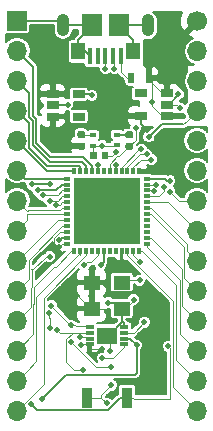
<source format=gbr>
G04 #@! TF.GenerationSoftware,KiCad,Pcbnew,5.0.1-33cea8e~66~ubuntu18.04.1*
G04 #@! TF.CreationDate,2018-10-16T23:10:54+02:00*
G04 #@! TF.ProjectId,TinyFPGA-BX,54696E79465047412D42582E6B696361,rev?*
G04 #@! TF.SameCoordinates,Original*
G04 #@! TF.FileFunction,Copper,L1,Top,Signal*
G04 #@! TF.FilePolarity,Positive*
%FSLAX46Y46*%
G04 Gerber Fmt 4.6, Leading zero omitted, Abs format (unit mm)*
G04 Created by KiCad (PCBNEW 5.0.1-33cea8e~66~ubuntu18.04.1) date di 16 okt 2018 23:10:54 CEST*
%MOMM*%
%LPD*%
G01*
G04 APERTURE LIST*
G04 #@! TA.AperFunction,ComponentPad*
%ADD10R,1.700000X1.700000*%
G04 #@! TD*
G04 #@! TA.AperFunction,ComponentPad*
%ADD11O,1.700000X1.700000*%
G04 #@! TD*
G04 #@! TA.AperFunction,SMDPad,CuDef*
%ADD12R,0.500000X0.900000*%
G04 #@! TD*
G04 #@! TA.AperFunction,SMDPad,CuDef*
%ADD13R,0.600000X0.400000*%
G04 #@! TD*
G04 #@! TA.AperFunction,ComponentPad*
%ADD14C,1.700000*%
G04 #@! TD*
G04 #@! TA.AperFunction,SMDPad,CuDef*
%ADD15R,0.300000X0.550000*%
G04 #@! TD*
G04 #@! TA.AperFunction,SMDPad,CuDef*
%ADD16R,0.550000X0.300000*%
G04 #@! TD*
G04 #@! TA.AperFunction,SMDPad,CuDef*
%ADD17R,5.600000X5.600000*%
G04 #@! TD*
G04 #@! TA.AperFunction,Conductor*
%ADD18C,0.100000*%
G04 #@! TD*
G04 #@! TA.AperFunction,SMDPad,CuDef*
%ADD19C,0.590000*%
G04 #@! TD*
G04 #@! TA.AperFunction,SMDPad,CuDef*
%ADD20R,1.750000X1.900000*%
G04 #@! TD*
G04 #@! TA.AperFunction,SMDPad,CuDef*
%ADD21R,0.400000X1.400000*%
G04 #@! TD*
G04 #@! TA.AperFunction,ComponentPad*
%ADD22O,1.050000X1.900000*%
G04 #@! TD*
G04 #@! TA.AperFunction,SMDPad,CuDef*
%ADD23R,1.150000X1.450000*%
G04 #@! TD*
G04 #@! TA.AperFunction,SMDPad,CuDef*
%ADD24R,1.060000X0.650000*%
G04 #@! TD*
G04 #@! TA.AperFunction,SMDPad,CuDef*
%ADD25R,0.900000X1.700000*%
G04 #@! TD*
G04 #@! TA.AperFunction,SMDPad,CuDef*
%ADD26R,1.400000X1.200000*%
G04 #@! TD*
G04 #@! TA.AperFunction,SMDPad,CuDef*
%ADD27R,0.750000X0.300000*%
G04 #@! TD*
G04 #@! TA.AperFunction,SMDPad,CuDef*
%ADD28R,1.750000X1.450000*%
G04 #@! TD*
G04 #@! TA.AperFunction,ViaPad*
%ADD29C,0.500000*%
G04 #@! TD*
G04 #@! TA.AperFunction,Conductor*
%ADD30C,0.150000*%
G04 #@! TD*
G04 #@! TA.AperFunction,Conductor*
%ADD31C,0.200000*%
G04 #@! TD*
G04 #@! TA.AperFunction,Conductor*
%ADD32C,0.254000*%
G04 #@! TD*
G04 APERTURE END LIST*
D10*
G04 #@! TO.P,J1,1*
G04 #@! TO.N,GND*
X143516000Y-97799100D03*
D11*
G04 #@! TO.P,J1,2*
G04 #@! TO.N,HL_02*
X143516000Y-100339100D03*
G04 #@! TO.P,J1,3*
G04 #@! TO.N,HL_03*
X143516000Y-102879100D03*
G04 #@! TO.P,J1,4*
G04 #@! TO.N,HL_04*
X143516000Y-105419100D03*
G04 #@! TO.P,J1,5*
G04 #@! TO.N,HL_05*
X143516000Y-107959100D03*
G04 #@! TO.P,J1,6*
G04 #@! TO.N,HL_06*
X143516000Y-110499100D03*
G04 #@! TO.P,J1,7*
G04 #@! TO.N,HL_07*
X143516000Y-113039100D03*
G04 #@! TO.P,J1,8*
G04 #@! TO.N,HL_08*
X143516000Y-115579100D03*
G04 #@! TO.P,J1,9*
G04 #@! TO.N,HL_09*
X143516000Y-118119100D03*
G04 #@! TO.P,J1,10*
G04 #@! TO.N,HL_10*
X143516000Y-120659100D03*
G04 #@! TO.P,J1,11*
G04 #@! TO.N,HL_11*
X143516000Y-123199100D03*
G04 #@! TO.P,J1,12*
G04 #@! TO.N,HL_12*
X143516000Y-125739100D03*
G04 #@! TO.P,J1,13*
G04 #@! TO.N,HL_13*
X143516000Y-128279100D03*
G04 #@! TO.P,J1,14*
G04 #@! TO.N,HL_14*
X143516000Y-130819100D03*
G04 #@! TD*
D12*
G04 #@! TO.P,L1,1*
G04 #@! TO.N,+5V*
X154674000Y-102616000D03*
G04 #@! TO.P,L1,2*
G04 #@! TO.N,Net-(J3-Pad1)*
X153174000Y-102616000D03*
G04 #@! TD*
D13*
G04 #@! TO.P,R9,1*
G04 #@! TO.N,Net-(D2-Pad1)*
X152019000Y-107442000D03*
G04 #@! TO.P,R9,2*
G04 #@! TO.N,GND*
X152019000Y-108342000D03*
G04 #@! TD*
G04 #@! TO.P,R8,1*
G04 #@! TO.N,Net-(D1-Pad1)*
X149987000Y-107500000D03*
G04 #@! TO.P,R8,2*
G04 #@! TO.N,GND*
X149987000Y-108400000D03*
G04 #@! TD*
D14*
G04 #@! TO.P,J2,1*
G04 #@! TO.N,+5V*
X158756000Y-97799100D03*
D11*
G04 #@! TO.P,J2,2*
G04 #@! TO.N,GND*
X158756000Y-100339100D03*
G04 #@! TO.P,J2,3*
G04 #@! TO.N,SPI_VCCIO1*
X158756000Y-102879100D03*
G04 #@! TO.P,J2,4*
G04 #@! TO.N,HR_04*
X158756000Y-105419100D03*
G04 #@! TO.P,J2,5*
G04 #@! TO.N,HR_05*
X158756000Y-107959100D03*
G04 #@! TO.P,J2,6*
G04 #@! TO.N,HR_06*
X158756000Y-110499100D03*
G04 #@! TO.P,J2,7*
G04 #@! TO.N,HR_07*
X158756000Y-113039100D03*
G04 #@! TO.P,J2,8*
G04 #@! TO.N,HR_08*
X158756000Y-115579100D03*
G04 #@! TO.P,J2,9*
G04 #@! TO.N,HR_09*
X158756000Y-118119100D03*
G04 #@! TO.P,J2,10*
G04 #@! TO.N,HR_10*
X158756000Y-120659100D03*
G04 #@! TO.P,J2,11*
G04 #@! TO.N,HR_11*
X158756000Y-123199100D03*
G04 #@! TO.P,J2,12*
G04 #@! TO.N,HR_12*
X158756000Y-125739100D03*
G04 #@! TO.P,J2,13*
G04 #@! TO.N,HR_13*
X158756000Y-128279100D03*
G04 #@! TO.P,J2,14*
G04 #@! TO.N,HR_14*
X158756000Y-130819100D03*
G04 #@! TD*
D15*
G04 #@! TO.P,U1,1*
G04 #@! TO.N,SPI_VCCIO1*
X153880000Y-110544000D03*
G04 #@! TO.P,U1,2*
G04 #@! TO.N,HR_06*
X153380000Y-110544000D03*
G04 #@! TO.P,U1,3*
G04 #@! TO.N,HR_05*
X152880000Y-110544000D03*
G04 #@! TO.P,U1,4*
G04 #@! TO.N,HR_04*
X152380000Y-110544000D03*
G04 #@! TO.P,U1,5*
G04 #@! TO.N,VCC_CORE*
X151880000Y-110544000D03*
G04 #@! TO.P,U1,6*
G04 #@! TO.N,LED*
X151380000Y-110544000D03*
G04 #@! TO.P,U1,7*
G04 #@! TO.N,N/C*
X150880000Y-110544000D03*
G04 #@! TO.P,U1,8*
G04 #@! TO.N,CRESET_B*
X150380000Y-110544000D03*
G04 #@! TO.P,U1,9*
G04 #@! TO.N,HL_02*
X149880000Y-110544000D03*
G04 #@! TO.P,U1,10*
G04 #@! TO.N,HL_03*
X149380000Y-110544000D03*
G04 #@! TO.P,U1,11*
G04 #@! TO.N,HL_04*
X148880000Y-110544000D03*
G04 #@! TO.P,U1,12*
G04 #@! TO.N,HL_05*
X148380000Y-110544000D03*
D16*
G04 #@! TO.P,U1,13*
G04 #@! TO.N,HL_06*
X147755000Y-111169000D03*
G04 #@! TO.P,U1,14*
G04 #@! TO.N,SDI*
X147755000Y-111669000D03*
G04 #@! TO.P,U1,15*
G04 #@! TO.N,SCK*
X147755000Y-112169000D03*
G04 #@! TO.P,U1,16*
G04 #@! TO.N,SS*
X147755000Y-112669000D03*
G04 #@! TO.P,U1,17*
G04 #@! TO.N,SDO*
X147755000Y-113169000D03*
G04 #@! TO.P,U1,18*
G04 #@! TO.N,HL_07*
X147755000Y-113669000D03*
G04 #@! TO.P,U1,19*
G04 #@! TO.N,HL_08*
X147755000Y-114169000D03*
G04 #@! TO.P,U1,20*
G04 #@! TO.N,HL_09*
X147755000Y-114669000D03*
G04 #@! TO.P,U1,21*
G04 #@! TO.N,HL_10*
X147755000Y-115169000D03*
G04 #@! TO.P,U1,22*
G04 #@! TO.N,SPI_VCCIO1*
X147755000Y-115669000D03*
G04 #@! TO.P,U1,23*
G04 #@! TO.N,HL_11*
X147755000Y-116169000D03*
G04 #@! TO.P,U1,24*
G04 #@! TO.N,SPI_VCCIO1*
X147755000Y-116669000D03*
D15*
G04 #@! TO.P,U1,25*
G04 #@! TO.N,HL_12*
X148380000Y-117294000D03*
G04 #@! TO.P,U1,26*
G04 #@! TO.N,HL_13*
X148880000Y-117294000D03*
G04 #@! TO.P,U1,27*
G04 #@! TO.N,HL_14*
X149380000Y-117294000D03*
G04 #@! TO.P,U1,28*
G04 #@! TO.N,N/C*
X149880000Y-117294000D03*
G04 #@! TO.P,U1,29*
G04 #@! TO.N,VCCPLL*
X150380000Y-117294000D03*
G04 #@! TO.P,U1,30*
G04 #@! TO.N,VCC_CORE*
X150880000Y-117294000D03*
G04 #@! TO.P,U1,31*
G04 #@! TO.N,N/C*
X151380000Y-117294000D03*
G04 #@! TO.P,U1,32*
X151880000Y-117294000D03*
G04 #@! TO.P,U1,33*
G04 #@! TO.N,SPI_VCCIO1*
X152380000Y-117294000D03*
G04 #@! TO.P,U1,34*
G04 #@! TO.N,HR_14*
X152880000Y-117294000D03*
G04 #@! TO.P,U1,35*
G04 #@! TO.N,CLK*
X153380000Y-117294000D03*
G04 #@! TO.P,U1,36*
G04 #@! TO.N,HR_13*
X153880000Y-117294000D03*
D16*
G04 #@! TO.P,U1,37*
G04 #@! TO.N,HR_12*
X154505000Y-116669000D03*
G04 #@! TO.P,U1,38*
G04 #@! TO.N,HR_11*
X154505000Y-116169000D03*
G04 #@! TO.P,U1,39*
G04 #@! TO.N,N/C*
X154505000Y-115669000D03*
G04 #@! TO.P,U1,40*
X154505000Y-115169000D03*
G04 #@! TO.P,U1,41*
X154505000Y-114669000D03*
G04 #@! TO.P,U1,42*
G04 #@! TO.N,HR_10*
X154505000Y-114169000D03*
G04 #@! TO.P,U1,43*
G04 #@! TO.N,HR_09*
X154505000Y-113669000D03*
G04 #@! TO.P,U1,44*
G04 #@! TO.N,HR_08*
X154505000Y-113169000D03*
G04 #@! TO.P,U1,45*
G04 #@! TO.N,USB_P*
X154505000Y-112669000D03*
G04 #@! TO.P,U1,46*
G04 #@! TO.N,HR_07*
X154505000Y-112169000D03*
G04 #@! TO.P,U1,47*
G04 #@! TO.N,USB_PU*
X154505000Y-111669000D03*
G04 #@! TO.P,U1,48*
G04 #@! TO.N,USB_N*
X154505000Y-111169000D03*
D17*
G04 #@! TO.P,U1,49*
G04 #@! TO.N,GND*
X151130000Y-113919000D03*
G04 #@! TD*
D18*
G04 #@! TO.N,VCC_CORE*
G04 #@! TO.C,C3*
G36*
X151141958Y-108900710D02*
X151156276Y-108902834D01*
X151170317Y-108906351D01*
X151183946Y-108911228D01*
X151197031Y-108917417D01*
X151209447Y-108924858D01*
X151221073Y-108933481D01*
X151231798Y-108943202D01*
X151241519Y-108953927D01*
X151250142Y-108965553D01*
X151257583Y-108977969D01*
X151263772Y-108991054D01*
X151268649Y-109004683D01*
X151272166Y-109018724D01*
X151274290Y-109033042D01*
X151275000Y-109047500D01*
X151275000Y-109392500D01*
X151274290Y-109406958D01*
X151272166Y-109421276D01*
X151268649Y-109435317D01*
X151263772Y-109448946D01*
X151257583Y-109462031D01*
X151250142Y-109474447D01*
X151241519Y-109486073D01*
X151231798Y-109496798D01*
X151221073Y-109506519D01*
X151209447Y-109515142D01*
X151197031Y-109522583D01*
X151183946Y-109528772D01*
X151170317Y-109533649D01*
X151156276Y-109537166D01*
X151141958Y-109539290D01*
X151127500Y-109540000D01*
X150832500Y-109540000D01*
X150818042Y-109539290D01*
X150803724Y-109537166D01*
X150789683Y-109533649D01*
X150776054Y-109528772D01*
X150762969Y-109522583D01*
X150750553Y-109515142D01*
X150738927Y-109506519D01*
X150728202Y-109496798D01*
X150718481Y-109486073D01*
X150709858Y-109474447D01*
X150702417Y-109462031D01*
X150696228Y-109448946D01*
X150691351Y-109435317D01*
X150687834Y-109421276D01*
X150685710Y-109406958D01*
X150685000Y-109392500D01*
X150685000Y-109047500D01*
X150685710Y-109033042D01*
X150687834Y-109018724D01*
X150691351Y-109004683D01*
X150696228Y-108991054D01*
X150702417Y-108977969D01*
X150709858Y-108965553D01*
X150718481Y-108953927D01*
X150728202Y-108943202D01*
X150738927Y-108933481D01*
X150750553Y-108924858D01*
X150762969Y-108917417D01*
X150776054Y-108911228D01*
X150789683Y-108906351D01*
X150803724Y-108902834D01*
X150818042Y-108900710D01*
X150832500Y-108900000D01*
X151127500Y-108900000D01*
X151141958Y-108900710D01*
X151141958Y-108900710D01*
G37*
D19*
G04 #@! TD*
G04 #@! TO.P,C3,1*
G04 #@! TO.N,VCC_CORE*
X150980000Y-109220000D03*
D18*
G04 #@! TO.N,GND*
G04 #@! TO.C,C3*
G36*
X150171958Y-108900710D02*
X150186276Y-108902834D01*
X150200317Y-108906351D01*
X150213946Y-108911228D01*
X150227031Y-108917417D01*
X150239447Y-108924858D01*
X150251073Y-108933481D01*
X150261798Y-108943202D01*
X150271519Y-108953927D01*
X150280142Y-108965553D01*
X150287583Y-108977969D01*
X150293772Y-108991054D01*
X150298649Y-109004683D01*
X150302166Y-109018724D01*
X150304290Y-109033042D01*
X150305000Y-109047500D01*
X150305000Y-109392500D01*
X150304290Y-109406958D01*
X150302166Y-109421276D01*
X150298649Y-109435317D01*
X150293772Y-109448946D01*
X150287583Y-109462031D01*
X150280142Y-109474447D01*
X150271519Y-109486073D01*
X150261798Y-109496798D01*
X150251073Y-109506519D01*
X150239447Y-109515142D01*
X150227031Y-109522583D01*
X150213946Y-109528772D01*
X150200317Y-109533649D01*
X150186276Y-109537166D01*
X150171958Y-109539290D01*
X150157500Y-109540000D01*
X149862500Y-109540000D01*
X149848042Y-109539290D01*
X149833724Y-109537166D01*
X149819683Y-109533649D01*
X149806054Y-109528772D01*
X149792969Y-109522583D01*
X149780553Y-109515142D01*
X149768927Y-109506519D01*
X149758202Y-109496798D01*
X149748481Y-109486073D01*
X149739858Y-109474447D01*
X149732417Y-109462031D01*
X149726228Y-109448946D01*
X149721351Y-109435317D01*
X149717834Y-109421276D01*
X149715710Y-109406958D01*
X149715000Y-109392500D01*
X149715000Y-109047500D01*
X149715710Y-109033042D01*
X149717834Y-109018724D01*
X149721351Y-109004683D01*
X149726228Y-108991054D01*
X149732417Y-108977969D01*
X149739858Y-108965553D01*
X149748481Y-108953927D01*
X149758202Y-108943202D01*
X149768927Y-108933481D01*
X149780553Y-108924858D01*
X149792969Y-108917417D01*
X149806054Y-108911228D01*
X149819683Y-108906351D01*
X149833724Y-108902834D01*
X149848042Y-108900710D01*
X149862500Y-108900000D01*
X150157500Y-108900000D01*
X150171958Y-108900710D01*
X150171958Y-108900710D01*
G37*
D19*
G04 #@! TD*
G04 #@! TO.P,C3,2*
G04 #@! TO.N,GND*
X150010000Y-109220000D03*
D18*
G04 #@! TO.N,SPI_VCCIO1*
G04 #@! TO.C,D1*
G36*
X149157958Y-108117710D02*
X149172276Y-108119834D01*
X149186317Y-108123351D01*
X149199946Y-108128228D01*
X149213031Y-108134417D01*
X149225447Y-108141858D01*
X149237073Y-108150481D01*
X149247798Y-108160202D01*
X149257519Y-108170927D01*
X149266142Y-108182553D01*
X149273583Y-108194969D01*
X149279772Y-108208054D01*
X149284649Y-108221683D01*
X149288166Y-108235724D01*
X149290290Y-108250042D01*
X149291000Y-108264500D01*
X149291000Y-108559500D01*
X149290290Y-108573958D01*
X149288166Y-108588276D01*
X149284649Y-108602317D01*
X149279772Y-108615946D01*
X149273583Y-108629031D01*
X149266142Y-108641447D01*
X149257519Y-108653073D01*
X149247798Y-108663798D01*
X149237073Y-108673519D01*
X149225447Y-108682142D01*
X149213031Y-108689583D01*
X149199946Y-108695772D01*
X149186317Y-108700649D01*
X149172276Y-108704166D01*
X149157958Y-108706290D01*
X149143500Y-108707000D01*
X148798500Y-108707000D01*
X148784042Y-108706290D01*
X148769724Y-108704166D01*
X148755683Y-108700649D01*
X148742054Y-108695772D01*
X148728969Y-108689583D01*
X148716553Y-108682142D01*
X148704927Y-108673519D01*
X148694202Y-108663798D01*
X148684481Y-108653073D01*
X148675858Y-108641447D01*
X148668417Y-108629031D01*
X148662228Y-108615946D01*
X148657351Y-108602317D01*
X148653834Y-108588276D01*
X148651710Y-108573958D01*
X148651000Y-108559500D01*
X148651000Y-108264500D01*
X148651710Y-108250042D01*
X148653834Y-108235724D01*
X148657351Y-108221683D01*
X148662228Y-108208054D01*
X148668417Y-108194969D01*
X148675858Y-108182553D01*
X148684481Y-108170927D01*
X148694202Y-108160202D01*
X148704927Y-108150481D01*
X148716553Y-108141858D01*
X148728969Y-108134417D01*
X148742054Y-108128228D01*
X148755683Y-108123351D01*
X148769724Y-108119834D01*
X148784042Y-108117710D01*
X148798500Y-108117000D01*
X149143500Y-108117000D01*
X149157958Y-108117710D01*
X149157958Y-108117710D01*
G37*
D19*
G04 #@! TD*
G04 #@! TO.P,D1,2*
G04 #@! TO.N,SPI_VCCIO1*
X148971000Y-108412000D03*
D18*
G04 #@! TO.N,Net-(D1-Pad1)*
G04 #@! TO.C,D1*
G36*
X149157958Y-107147710D02*
X149172276Y-107149834D01*
X149186317Y-107153351D01*
X149199946Y-107158228D01*
X149213031Y-107164417D01*
X149225447Y-107171858D01*
X149237073Y-107180481D01*
X149247798Y-107190202D01*
X149257519Y-107200927D01*
X149266142Y-107212553D01*
X149273583Y-107224969D01*
X149279772Y-107238054D01*
X149284649Y-107251683D01*
X149288166Y-107265724D01*
X149290290Y-107280042D01*
X149291000Y-107294500D01*
X149291000Y-107589500D01*
X149290290Y-107603958D01*
X149288166Y-107618276D01*
X149284649Y-107632317D01*
X149279772Y-107645946D01*
X149273583Y-107659031D01*
X149266142Y-107671447D01*
X149257519Y-107683073D01*
X149247798Y-107693798D01*
X149237073Y-107703519D01*
X149225447Y-107712142D01*
X149213031Y-107719583D01*
X149199946Y-107725772D01*
X149186317Y-107730649D01*
X149172276Y-107734166D01*
X149157958Y-107736290D01*
X149143500Y-107737000D01*
X148798500Y-107737000D01*
X148784042Y-107736290D01*
X148769724Y-107734166D01*
X148755683Y-107730649D01*
X148742054Y-107725772D01*
X148728969Y-107719583D01*
X148716553Y-107712142D01*
X148704927Y-107703519D01*
X148694202Y-107693798D01*
X148684481Y-107683073D01*
X148675858Y-107671447D01*
X148668417Y-107659031D01*
X148662228Y-107645946D01*
X148657351Y-107632317D01*
X148653834Y-107618276D01*
X148651710Y-107603958D01*
X148651000Y-107589500D01*
X148651000Y-107294500D01*
X148651710Y-107280042D01*
X148653834Y-107265724D01*
X148657351Y-107251683D01*
X148662228Y-107238054D01*
X148668417Y-107224969D01*
X148675858Y-107212553D01*
X148684481Y-107200927D01*
X148694202Y-107190202D01*
X148704927Y-107180481D01*
X148716553Y-107171858D01*
X148728969Y-107164417D01*
X148742054Y-107158228D01*
X148755683Y-107153351D01*
X148769724Y-107149834D01*
X148784042Y-107147710D01*
X148798500Y-107147000D01*
X149143500Y-107147000D01*
X149157958Y-107147710D01*
X149157958Y-107147710D01*
G37*
D19*
G04 #@! TD*
G04 #@! TO.P,D1,1*
G04 #@! TO.N,Net-(D1-Pad1)*
X148971000Y-107442000D03*
D18*
G04 #@! TO.N,Net-(D2-Pad1)*
G04 #@! TO.C,D2*
G36*
X153221958Y-107170710D02*
X153236276Y-107172834D01*
X153250317Y-107176351D01*
X153263946Y-107181228D01*
X153277031Y-107187417D01*
X153289447Y-107194858D01*
X153301073Y-107203481D01*
X153311798Y-107213202D01*
X153321519Y-107223927D01*
X153330142Y-107235553D01*
X153337583Y-107247969D01*
X153343772Y-107261054D01*
X153348649Y-107274683D01*
X153352166Y-107288724D01*
X153354290Y-107303042D01*
X153355000Y-107317500D01*
X153355000Y-107612500D01*
X153354290Y-107626958D01*
X153352166Y-107641276D01*
X153348649Y-107655317D01*
X153343772Y-107668946D01*
X153337583Y-107682031D01*
X153330142Y-107694447D01*
X153321519Y-107706073D01*
X153311798Y-107716798D01*
X153301073Y-107726519D01*
X153289447Y-107735142D01*
X153277031Y-107742583D01*
X153263946Y-107748772D01*
X153250317Y-107753649D01*
X153236276Y-107757166D01*
X153221958Y-107759290D01*
X153207500Y-107760000D01*
X152862500Y-107760000D01*
X152848042Y-107759290D01*
X152833724Y-107757166D01*
X152819683Y-107753649D01*
X152806054Y-107748772D01*
X152792969Y-107742583D01*
X152780553Y-107735142D01*
X152768927Y-107726519D01*
X152758202Y-107716798D01*
X152748481Y-107706073D01*
X152739858Y-107694447D01*
X152732417Y-107682031D01*
X152726228Y-107668946D01*
X152721351Y-107655317D01*
X152717834Y-107641276D01*
X152715710Y-107626958D01*
X152715000Y-107612500D01*
X152715000Y-107317500D01*
X152715710Y-107303042D01*
X152717834Y-107288724D01*
X152721351Y-107274683D01*
X152726228Y-107261054D01*
X152732417Y-107247969D01*
X152739858Y-107235553D01*
X152748481Y-107223927D01*
X152758202Y-107213202D01*
X152768927Y-107203481D01*
X152780553Y-107194858D01*
X152792969Y-107187417D01*
X152806054Y-107181228D01*
X152819683Y-107176351D01*
X152833724Y-107172834D01*
X152848042Y-107170710D01*
X152862500Y-107170000D01*
X153207500Y-107170000D01*
X153221958Y-107170710D01*
X153221958Y-107170710D01*
G37*
D19*
G04 #@! TD*
G04 #@! TO.P,D2,1*
G04 #@! TO.N,Net-(D2-Pad1)*
X153035000Y-107465000D03*
D18*
G04 #@! TO.N,LED*
G04 #@! TO.C,D2*
G36*
X153221958Y-108140710D02*
X153236276Y-108142834D01*
X153250317Y-108146351D01*
X153263946Y-108151228D01*
X153277031Y-108157417D01*
X153289447Y-108164858D01*
X153301073Y-108173481D01*
X153311798Y-108183202D01*
X153321519Y-108193927D01*
X153330142Y-108205553D01*
X153337583Y-108217969D01*
X153343772Y-108231054D01*
X153348649Y-108244683D01*
X153352166Y-108258724D01*
X153354290Y-108273042D01*
X153355000Y-108287500D01*
X153355000Y-108582500D01*
X153354290Y-108596958D01*
X153352166Y-108611276D01*
X153348649Y-108625317D01*
X153343772Y-108638946D01*
X153337583Y-108652031D01*
X153330142Y-108664447D01*
X153321519Y-108676073D01*
X153311798Y-108686798D01*
X153301073Y-108696519D01*
X153289447Y-108705142D01*
X153277031Y-108712583D01*
X153263946Y-108718772D01*
X153250317Y-108723649D01*
X153236276Y-108727166D01*
X153221958Y-108729290D01*
X153207500Y-108730000D01*
X152862500Y-108730000D01*
X152848042Y-108729290D01*
X152833724Y-108727166D01*
X152819683Y-108723649D01*
X152806054Y-108718772D01*
X152792969Y-108712583D01*
X152780553Y-108705142D01*
X152768927Y-108696519D01*
X152758202Y-108686798D01*
X152748481Y-108676073D01*
X152739858Y-108664447D01*
X152732417Y-108652031D01*
X152726228Y-108638946D01*
X152721351Y-108625317D01*
X152717834Y-108611276D01*
X152715710Y-108596958D01*
X152715000Y-108582500D01*
X152715000Y-108287500D01*
X152715710Y-108273042D01*
X152717834Y-108258724D01*
X152721351Y-108244683D01*
X152726228Y-108231054D01*
X152732417Y-108217969D01*
X152739858Y-108205553D01*
X152748481Y-108193927D01*
X152758202Y-108183202D01*
X152768927Y-108173481D01*
X152780553Y-108164858D01*
X152792969Y-108157417D01*
X152806054Y-108151228D01*
X152819683Y-108146351D01*
X152833724Y-108142834D01*
X152848042Y-108140710D01*
X152862500Y-108140000D01*
X153207500Y-108140000D01*
X153221958Y-108140710D01*
X153221958Y-108140710D01*
G37*
D19*
G04 #@! TD*
G04 #@! TO.P,D2,2*
G04 #@! TO.N,LED*
X153035000Y-108435000D03*
D20*
G04 #@! TO.P,J3,6*
G04 #@! TO.N,GND*
X149896000Y-98171000D03*
D21*
G04 #@! TO.P,J3,2*
G04 #@! TO.N,Net-(J3-Pad2)*
X151671000Y-100821000D03*
G04 #@! TO.P,J3,1*
G04 #@! TO.N,Net-(J3-Pad1)*
X152321000Y-100821000D03*
G04 #@! TO.P,J3,5*
G04 #@! TO.N,GND*
X149721000Y-100821000D03*
G04 #@! TO.P,J3,4*
G04 #@! TO.N,N/C*
X150371000Y-100821000D03*
G04 #@! TO.P,J3,3*
G04 #@! TO.N,Net-(J3-Pad3)*
X151021000Y-100821000D03*
D20*
G04 #@! TO.P,J3,6*
G04 #@! TO.N,GND*
X152146000Y-98171000D03*
D22*
X154596000Y-98171000D03*
X147446000Y-98171000D03*
D23*
X148701000Y-100401000D03*
X153341000Y-100401000D03*
G04 #@! TD*
D24*
G04 #@! TO.P,U2,5*
G04 #@! TO.N,SPI_VCCIO1*
X154010000Y-105852000D03*
G04 #@! TO.P,U2,4*
G04 #@! TO.N,N/C*
X154010000Y-103952000D03*
G04 #@! TO.P,U2,3*
G04 #@! TO.N,+5V*
X156210000Y-103952000D03*
G04 #@! TO.P,U2,2*
G04 #@! TO.N,GND*
X156210000Y-104902000D03*
G04 #@! TO.P,U2,1*
G04 #@! TO.N,+5V*
X156210000Y-105852000D03*
G04 #@! TD*
G04 #@! TO.P,U4,1*
G04 #@! TO.N,SPI_VCCIO1*
X146558000Y-104013000D03*
G04 #@! TO.P,U4,2*
G04 #@! TO.N,GND*
X146558000Y-104963000D03*
G04 #@! TO.P,U4,3*
G04 #@! TO.N,SPI_VCCIO1*
X146558000Y-105913000D03*
G04 #@! TO.P,U4,4*
G04 #@! TO.N,N/C*
X148758000Y-105913000D03*
G04 #@! TO.P,U4,5*
G04 #@! TO.N,VCC_CORE*
X148758000Y-104013000D03*
G04 #@! TD*
D25*
G04 #@! TO.P,SW1,1*
G04 #@! TO.N,GND*
X149430000Y-129723100D03*
G04 #@! TO.P,SW1,2*
G04 #@! TO.N,CRESET_B*
X152830000Y-129723100D03*
G04 #@! TD*
D26*
G04 #@! TO.P,U3,1*
G04 #@! TO.N,SPI_VCCIO1*
X149860000Y-122174000D03*
G04 #@! TO.P,U3,2*
G04 #@! TO.N,GND*
X152400000Y-122174000D03*
G04 #@! TO.P,U3,3*
G04 #@! TO.N,CLK*
X152400000Y-119974000D03*
G04 #@! TO.P,U3,4*
G04 #@! TO.N,SPI_VCCIO1*
X149860000Y-119974000D03*
G04 #@! TD*
D27*
G04 #@! TO.P,U5,1*
G04 #@! TO.N,SS*
X152580000Y-125210000D03*
G04 #@! TO.P,U5,2*
G04 #@! TO.N,SDI*
X152580000Y-124710000D03*
G04 #@! TO.P,U5,3*
G04 #@! TO.N,Net-(R10-Pad2)*
X152580000Y-124210000D03*
G04 #@! TO.P,U5,4*
G04 #@! TO.N,GND*
X152580000Y-123710000D03*
G04 #@! TO.P,U5,5*
G04 #@! TO.N,SDO*
X149680000Y-123710000D03*
G04 #@! TO.P,U5,6*
G04 #@! TO.N,SCK*
X149680000Y-124210000D03*
G04 #@! TO.P,U5,7*
G04 #@! TO.N,Net-(R7-Pad2)*
X149680000Y-124710000D03*
G04 #@! TO.P,U5,8*
G04 #@! TO.N,SPI_VCCIO1*
X149680000Y-125210000D03*
D28*
G04 #@! TO.P,U5,9*
G04 #@! TO.N,GND*
X151130000Y-124460000D03*
G04 #@! TD*
D29*
G04 #@! TO.N,Net-(J3-Pad2)*
X151765000Y-101854000D03*
G04 #@! TO.N,Net-(J3-Pad3)*
X151003000Y-101854000D03*
G04 #@! TO.N,+5V*
X154686000Y-101727000D03*
X154940000Y-104648000D03*
G04 #@! TO.N,CLK*
X153968843Y-118192157D03*
X153924000Y-119761000D03*
G04 #@! TO.N,SCK*
X145713000Y-112566000D03*
X146939000Y-123952000D03*
X149098000Y-127337000D03*
G04 #@! TO.N,CRESET_B*
X156318000Y-125349000D03*
X150368000Y-109982000D03*
X146304000Y-111619000D03*
X144780000Y-111633000D03*
X144689393Y-130211393D03*
G04 #@! TO.N,SDI*
X145288000Y-112141000D03*
X145288000Y-112141000D03*
X145669000Y-129794000D03*
X153670000Y-125275000D03*
G04 #@! TO.N,SS*
X146304000Y-113030000D03*
X146196000Y-122555000D03*
X146281761Y-123847239D03*
X150749000Y-126365000D03*
G04 #@! TO.N,GND*
X152908000Y-114935000D03*
X149479000Y-114681000D03*
X149733000Y-112268000D03*
X152654000Y-113538000D03*
X157193029Y-103980029D03*
X151130000Y-113919000D03*
X151130000Y-113919000D03*
X147828000Y-104902000D03*
X151257000Y-121666000D03*
X157353000Y-105156000D03*
X151130000Y-130175000D03*
X153416000Y-121412000D03*
X151511000Y-128651000D03*
X151384000Y-125730000D03*
X150749000Y-108400000D03*
G04 #@! TO.N,SDO*
X146812000Y-113430000D03*
X146431000Y-121920000D03*
X148082000Y-123571000D03*
X148082000Y-124968000D03*
X151511000Y-127127000D03*
G04 #@! TO.N,USB_P*
X155944834Y-111855869D03*
G04 #@! TO.N,USB_N*
X156475166Y-111367834D03*
G04 #@! TO.N,USB_PU*
X155327568Y-111705165D03*
G04 #@! TO.N,LED*
X153585000Y-106849521D03*
G04 #@! TO.N,SPI_VCCIO1*
X147066000Y-117475000D03*
X154559000Y-107061000D03*
X152400000Y-118110000D03*
X147955000Y-108331000D03*
X144145000Y-111760000D03*
X147828000Y-121031000D03*
X148936343Y-125256657D03*
X151130000Y-122428000D03*
X150749000Y-125603000D03*
X147082000Y-116967000D03*
G04 #@! TO.N,VCC_CORE*
X149868907Y-104131093D03*
X150622000Y-118491000D03*
X151892000Y-108892002D03*
X151892000Y-109982000D03*
G04 #@! TO.N,VCCPLL*
X149225000Y-118491000D03*
G04 #@! TO.N,HL_11*
X147066000Y-116332000D03*
X146303999Y-117771998D03*
G04 #@! TO.N,HR_04*
X154704521Y-107643087D03*
X154057922Y-108705078D03*
G04 #@! TO.N,HR_05*
X154495937Y-109115132D03*
G04 #@! TO.N,HR_06*
X154905991Y-109553148D03*
G04 #@! TO.N,HR_07*
X155089394Y-112255869D03*
X156464000Y-112268000D03*
G04 #@! TO.N,Net-(R7-Pad2)*
X148844000Y-124610000D03*
G04 #@! TO.N,Net-(R10-Pad2)*
X154305000Y-123317000D03*
G04 #@! TD*
D18*
G04 #@! TO.N,Net-(J3-Pad1)*
X152824000Y-102616000D02*
X153174000Y-102616000D01*
X152321000Y-102113000D02*
X152824000Y-102616000D01*
X152321000Y-100821000D02*
X152321000Y-102113000D01*
G04 #@! TO.N,Net-(J3-Pad2)*
X151671000Y-101406447D02*
X151671000Y-100821000D01*
X151765000Y-101500447D02*
X151671000Y-101406447D01*
X151765000Y-101854000D02*
X151765000Y-101500447D01*
G04 #@! TO.N,Net-(J3-Pad3)*
X151003000Y-100839000D02*
X151021000Y-100821000D01*
X151003000Y-101854000D02*
X151003000Y-100839000D01*
G04 #@! TO.N,+5V*
X154674000Y-102616000D02*
X154674000Y-101739000D01*
X154674000Y-101739000D02*
X154686000Y-101727000D01*
X155810000Y-103952000D02*
X156210000Y-103952000D01*
X154674000Y-102816000D02*
X155810000Y-103952000D01*
X154674000Y-102616000D02*
X154674000Y-102816000D01*
X154940000Y-102882000D02*
X154674000Y-102616000D01*
X154940000Y-104648000D02*
X154940000Y-102882000D01*
X154940000Y-105001553D02*
X154940000Y-104648000D01*
X155790447Y-105852000D02*
X154940000Y-105001553D01*
X156210000Y-105852000D02*
X155790447Y-105852000D01*
G04 #@! TO.N,CLK*
X153903157Y-118192157D02*
X153968843Y-118192157D01*
X153380000Y-117294000D02*
X153380000Y-117669000D01*
X153380000Y-117669000D02*
X153903157Y-118192157D01*
X152613000Y-119761000D02*
X152400000Y-119974000D01*
X153924000Y-119761000D02*
X152613000Y-119761000D01*
G04 #@! TO.N,SCK*
X146983000Y-112566000D02*
X145713000Y-112566000D01*
X147755000Y-112169000D02*
X147380000Y-112169000D01*
X147380000Y-112169000D02*
X146983000Y-112566000D01*
X146939000Y-123952000D02*
X147197000Y-124210000D01*
X147681999Y-124775999D02*
X147681999Y-126726999D01*
X148247998Y-124210000D02*
X147681999Y-124775999D01*
X148844000Y-124210000D02*
X148247998Y-124210000D01*
X148844000Y-124210000D02*
X149680000Y-124210000D01*
X147197000Y-124210000D02*
X148844000Y-124210000D01*
X147681999Y-126726999D02*
X148336000Y-127381000D01*
X148336000Y-127381000D02*
X149054000Y-127381000D01*
X149054000Y-127381000D02*
X149098000Y-127337000D01*
G04 #@! TO.N,CRESET_B*
X153380000Y-129723100D02*
X153450900Y-129794000D01*
X152830000Y-129723100D02*
X153380000Y-129723100D01*
X153450900Y-129794000D02*
X156464000Y-129794000D01*
X156464000Y-129794000D02*
X156464000Y-125495000D01*
X156464000Y-125495000D02*
X156318000Y-125349000D01*
D30*
X150380000Y-110544000D02*
X150380000Y-109994000D01*
X150380000Y-109994000D02*
X150368000Y-109982000D01*
X146304000Y-111619000D02*
X144921000Y-111619000D01*
X144921000Y-111619000D02*
X144907000Y-111633000D01*
X152230000Y-129723100D02*
X152830000Y-129723100D01*
X151204999Y-130748101D02*
X152230000Y-129723100D01*
X145226101Y-130748101D02*
X151204999Y-130748101D01*
X144689393Y-130211393D02*
X145226101Y-130748101D01*
G04 #@! TO.N,SDI*
X147330000Y-111669000D02*
X146858000Y-112141000D01*
X147755000Y-111669000D02*
X147330000Y-111669000D01*
X146858000Y-112141000D02*
X145288000Y-112141000D01*
X153105000Y-124710000D02*
X152580000Y-124710000D01*
X153670000Y-127635000D02*
X153670000Y-125275000D01*
X153543000Y-127762000D02*
X153670000Y-127635000D01*
X147701000Y-127762000D02*
X153543000Y-127762000D01*
X145669000Y-129794000D02*
X147701000Y-127762000D01*
X153670000Y-125275000D02*
X153105000Y-124710000D01*
D18*
G04 #@! TO.N,SS*
X147019000Y-113030000D02*
X146304000Y-113030000D01*
X147755000Y-112669000D02*
X147380000Y-112669000D01*
X147380000Y-112669000D02*
X147019000Y-113030000D01*
X146196000Y-122908553D02*
X146304000Y-123016553D01*
X146196000Y-122555000D02*
X146196000Y-122908553D01*
X146304000Y-123016553D02*
X146304000Y-123825000D01*
X146304000Y-123825000D02*
X146281761Y-123847239D01*
X152580000Y-125460000D02*
X152580000Y-125210000D01*
X151675000Y-126365000D02*
X152580000Y-125460000D01*
X150749000Y-126365000D02*
X151675000Y-126365000D01*
D30*
G04 #@! TO.N,GND*
X148701000Y-99526000D02*
X148701000Y-100401000D01*
X148701000Y-99441000D02*
X148701000Y-99526000D01*
X149896000Y-98246000D02*
X148701000Y-99441000D01*
X149896000Y-98171000D02*
X149896000Y-98246000D01*
X149301000Y-100401000D02*
X149721000Y-100821000D01*
X148701000Y-100401000D02*
X149301000Y-100401000D01*
X153341000Y-99526000D02*
X153341000Y-100401000D01*
X152146000Y-98246000D02*
X153341000Y-99441000D01*
X153341000Y-99441000D02*
X153341000Y-99526000D01*
X152146000Y-98171000D02*
X152146000Y-98246000D01*
X154596000Y-98171000D02*
X152146000Y-98171000D01*
X147446000Y-98171000D02*
X149896000Y-98171000D01*
X147074100Y-97799100D02*
X147446000Y-98171000D01*
X143516000Y-97799100D02*
X147074100Y-97799100D01*
X157193029Y-104123971D02*
X157193029Y-103980029D01*
X156210000Y-104902000D02*
X156415000Y-104902000D01*
X156415000Y-104902000D02*
X157193029Y-104123971D01*
D18*
X151961000Y-108400000D02*
X152019000Y-108342000D01*
X149987000Y-108400000D02*
X150749000Y-108400000D01*
X149987000Y-109197000D02*
X150010000Y-109220000D01*
X149987000Y-108400000D02*
X149987000Y-109197000D01*
D30*
X146558000Y-104963000D02*
X147767000Y-104963000D01*
X147767000Y-104963000D02*
X147828000Y-104902000D01*
X151280000Y-124460000D02*
X151130000Y-124460000D01*
X152400000Y-123340000D02*
X151280000Y-124460000D01*
X152400000Y-122174000D02*
X152400000Y-123340000D01*
X152580000Y-123410000D02*
X152580000Y-123710000D01*
X152510000Y-123340000D02*
X152580000Y-123410000D01*
X152400000Y-123340000D02*
X152510000Y-123340000D01*
X151892000Y-121666000D02*
X152400000Y-122174000D01*
X151257000Y-121666000D02*
X151892000Y-121666000D01*
D18*
X151130000Y-108400000D02*
X151961000Y-108400000D01*
X157099000Y-104902000D02*
X156210000Y-104902000D01*
X157353000Y-105156000D02*
X157099000Y-104902000D01*
X149430000Y-129723100D02*
X150678100Y-129723100D01*
X150678100Y-129723100D02*
X151130000Y-130175000D01*
X152654000Y-122174000D02*
X152400000Y-122174000D01*
X153416000Y-121412000D02*
X152654000Y-122174000D01*
X150678100Y-129723100D02*
X150678100Y-129483900D01*
X150678100Y-129483900D02*
X151511000Y-128651000D01*
X151384000Y-124714000D02*
X151130000Y-124460000D01*
X151384000Y-125730000D02*
X151384000Y-124714000D01*
X151130000Y-108400000D02*
X151130000Y-108400000D01*
X150749000Y-108400000D02*
X151130000Y-108400000D01*
G04 #@! TO.N,SDO*
X147138000Y-113411000D02*
X147066000Y-113411000D01*
X147755000Y-113169000D02*
X147380000Y-113169000D01*
X147380000Y-113169000D02*
X147138000Y-113411000D01*
X147066000Y-113411000D02*
X147047000Y-113430000D01*
X147047000Y-113430000D02*
X146812000Y-113430000D01*
X148221000Y-123710000D02*
X148082000Y-123571000D01*
X146431000Y-121920000D02*
X148221000Y-123710000D01*
X148082000Y-123571000D02*
X149680000Y-123710000D01*
X148082000Y-124968000D02*
X150241000Y-127127000D01*
X150241000Y-127127000D02*
X151511000Y-127127000D01*
G04 #@! TO.N,USB_P*
X155516387Y-112669000D02*
X155944834Y-112240553D01*
X154505000Y-112669000D02*
X155516387Y-112669000D01*
X155944834Y-112240553D02*
X155944834Y-111855869D01*
X155944834Y-111855869D02*
X155944834Y-111887000D01*
D31*
G04 #@! TO.N,USB_N*
X155555000Y-111169000D02*
X154505000Y-111169000D01*
X156263033Y-111367834D02*
X156064199Y-111169000D01*
X156475166Y-111367834D02*
X156263033Y-111367834D01*
X156064199Y-111169000D02*
X155555000Y-111169000D01*
D18*
G04 #@! TO.N,USB_PU*
X154541165Y-111705165D02*
X154505000Y-111669000D01*
X155327568Y-111705165D02*
X154541165Y-111705165D01*
G04 #@! TO.N,LED*
X153035000Y-108435000D02*
X153585000Y-107885000D01*
X153585000Y-107885000D02*
X153585000Y-106849521D01*
X151380000Y-110169000D02*
X151380000Y-110544000D01*
X151380000Y-109901998D02*
X151380000Y-110169000D01*
X151989995Y-109292003D02*
X151380000Y-109901998D01*
X152177997Y-109292003D02*
X151989995Y-109292003D01*
X153035000Y-108435000D02*
X152177997Y-109292003D01*
G04 #@! TO.N,Net-(D1-Pad1)*
X149929000Y-107442000D02*
X149987000Y-107500000D01*
X148971000Y-107442000D02*
X149929000Y-107442000D01*
D30*
G04 #@! TO.N,Net-(D2-Pad1)*
X153012000Y-107442000D02*
X153035000Y-107465000D01*
X152019000Y-107442000D02*
X153012000Y-107442000D01*
G04 #@! TO.N,SPI_VCCIO1*
X154010000Y-105852000D02*
X154010000Y-106512000D01*
X154010000Y-106512000D02*
X154559000Y-107061000D01*
X154010000Y-106327000D02*
X154010000Y-105852000D01*
X153880000Y-110544000D02*
X153880000Y-110419000D01*
D18*
X152400000Y-117314000D02*
X152380000Y-117294000D01*
X152400000Y-118110000D02*
X152400000Y-117314000D01*
D30*
X148971000Y-108412000D02*
X148036000Y-108412000D01*
X148036000Y-108412000D02*
X147955000Y-108331000D01*
X150710000Y-119974000D02*
X149860000Y-119974000D01*
X151485001Y-120749001D02*
X150710000Y-119974000D01*
X154578553Y-120749001D02*
X151485001Y-120749001D01*
X149860000Y-119974000D02*
X149860000Y-122174000D01*
D18*
X147066000Y-117055000D02*
X147066000Y-117475000D01*
X147066000Y-116983000D02*
X147066000Y-117055000D01*
X147755000Y-116669000D02*
X147380000Y-116669000D01*
X146665999Y-117074999D02*
X146731832Y-117140832D01*
X146731832Y-117140832D02*
X147066000Y-117475000D01*
X147162856Y-115669000D02*
X146665999Y-116165857D01*
X146665999Y-116165857D02*
X146665999Y-117074999D01*
X147755000Y-115669000D02*
X147162856Y-115669000D01*
X148617000Y-121031000D02*
X147828000Y-121031000D01*
X149860000Y-122174000D02*
X149760000Y-122174000D01*
X149760000Y-122174000D02*
X148617000Y-121031000D01*
X149680000Y-125210000D02*
X148983000Y-125210000D01*
X148983000Y-125210000D02*
X148936343Y-125256657D01*
X149860000Y-122174000D02*
X150876000Y-122174000D01*
X150876000Y-122174000D02*
X151130000Y-122428000D01*
X149680000Y-125460000D02*
X149680000Y-125210000D01*
X149823000Y-125603000D02*
X149680000Y-125460000D01*
X150749000Y-125603000D02*
X149823000Y-125603000D01*
X147380000Y-116669000D02*
X147082000Y-116967000D01*
X147082000Y-116967000D02*
X147066000Y-116983000D01*
D30*
G04 #@! TO.N,VCC_CORE*
X148758000Y-104013000D02*
X149750814Y-104013000D01*
X149750814Y-104013000D02*
X149868907Y-104131093D01*
X150880000Y-118233000D02*
X150622000Y-118491000D01*
X150880000Y-117294000D02*
X150880000Y-118233000D01*
D18*
X151564002Y-109220000D02*
X151892000Y-108892002D01*
X150980000Y-109220000D02*
X151564002Y-109220000D01*
X151880000Y-110544000D02*
X151880000Y-109994000D01*
X151880000Y-109994000D02*
X151892000Y-109982000D01*
G04 #@! TO.N,VCCPLL*
X150380000Y-117669000D02*
X150380000Y-117294000D01*
X149807999Y-118241001D02*
X150380000Y-117669000D01*
X149474999Y-118241001D02*
X149807999Y-118241001D01*
X149225000Y-118491000D02*
X149474999Y-118241001D01*
D31*
G04 #@! TO.N,HL_02*
X144866011Y-105833733D02*
X144866011Y-101689111D01*
X149880000Y-110069000D02*
X149158000Y-109347000D01*
X145166020Y-106133742D02*
X144866011Y-105833733D01*
X149880000Y-110544000D02*
X149880000Y-110069000D01*
X149158000Y-109347000D02*
X146347278Y-109347000D01*
X146347278Y-109347000D02*
X145166021Y-108165743D01*
X144866011Y-101689111D02*
X143516000Y-100339100D01*
X145166021Y-108165743D02*
X145166020Y-106133742D01*
G04 #@! TO.N,HL_03*
X149380000Y-110544000D02*
X149380000Y-110069000D01*
X144365999Y-103729099D02*
X143516000Y-102879100D01*
X144566001Y-105958001D02*
X144566001Y-103929101D01*
X144566001Y-103929101D02*
X144365999Y-103729099D01*
X149380000Y-110069000D02*
X149039000Y-109728000D01*
X149039000Y-109728000D02*
X146304000Y-109728000D01*
X144866011Y-106258011D02*
X144566001Y-105958001D01*
X144866011Y-108290011D02*
X144866011Y-106258011D01*
X146304000Y-109728000D02*
X144866011Y-108290011D01*
G04 #@! TO.N,HL_04*
X144365999Y-106269099D02*
X143516000Y-105419100D01*
X144566001Y-106469101D02*
X144365999Y-106269099D01*
X144566001Y-108584823D02*
X144566001Y-106469101D01*
X146050177Y-110068999D02*
X144566001Y-108584823D01*
X148879999Y-110068999D02*
X146050177Y-110068999D01*
X148880000Y-110544000D02*
X148879999Y-110068999D01*
G04 #@! TO.N,HL_05*
X146100900Y-110544000D02*
X143516000Y-107959100D01*
X148380000Y-110544000D02*
X146100900Y-110544000D01*
G04 #@! TO.N,HL_06*
X144185900Y-111169000D02*
X143516000Y-110499100D01*
X147755000Y-111169000D02*
X144185900Y-111169000D01*
D18*
G04 #@! TO.N,HL_07*
X147380000Y-113669000D02*
X147193000Y-113856000D01*
X147755000Y-113669000D02*
X147380000Y-113669000D01*
X147193000Y-113856000D02*
X144463000Y-113856000D01*
X144365999Y-113889099D02*
X143516000Y-113039100D01*
X144429901Y-113889099D02*
X144365999Y-113889099D01*
X144463000Y-113856000D02*
X144429901Y-113889099D01*
G04 #@! TO.N,HL_08*
X144926100Y-114169000D02*
X144922100Y-114173000D01*
X147755000Y-114169000D02*
X144926100Y-114169000D01*
X144922100Y-114173000D02*
X144399000Y-114173000D01*
X144399000Y-114696100D02*
X143516000Y-115579100D01*
X144399000Y-114173000D02*
X144399000Y-114696100D01*
G04 #@! TO.N,HL_09*
X146966100Y-114669000D02*
X143516000Y-118119100D01*
X147755000Y-114669000D02*
X146966100Y-114669000D01*
G04 #@! TO.N,HL_10*
X144365999Y-119809101D02*
X143516000Y-120659100D01*
X144516001Y-119659099D02*
X144365999Y-119809101D01*
X144516001Y-118032999D02*
X144516001Y-119659099D01*
X147380000Y-115169000D02*
X144516001Y-118032999D01*
X147755000Y-115169000D02*
X147380000Y-115169000D01*
G04 #@! TO.N,HL_11*
X144365999Y-122349101D02*
X143516000Y-123199100D01*
X144716011Y-121999089D02*
X144365999Y-122349101D01*
D31*
X147755000Y-116169000D02*
X147229000Y-116169000D01*
D18*
X144716011Y-118832989D02*
X144766011Y-118832989D01*
X144766011Y-118832989D02*
X144716011Y-121999089D01*
D31*
X147229000Y-116169000D02*
X147066000Y-116332000D01*
D18*
X144889455Y-118832989D02*
X144766011Y-118832989D01*
X145950446Y-117771998D02*
X144889455Y-118832989D01*
X146303999Y-117771998D02*
X145950446Y-117771998D01*
G04 #@! TO.N,HL_12*
X144365999Y-124889101D02*
X143516000Y-125739100D01*
X144919498Y-124335602D02*
X143516000Y-125739100D01*
X144919498Y-121780502D02*
X144919498Y-124335602D01*
X148380000Y-117294000D02*
X148130000Y-117294000D01*
X148130000Y-117294000D02*
X146806000Y-118618000D01*
X144941914Y-120361086D02*
X144941914Y-121758086D01*
X144941914Y-121758086D02*
X144919498Y-121780502D01*
X146685000Y-118618000D02*
X144941914Y-120361086D01*
X146806000Y-118618000D02*
X146685000Y-118618000D01*
G04 #@! TO.N,HL_13*
X148880000Y-117294000D02*
X148880000Y-117669000D01*
X144365999Y-127429101D02*
X143516000Y-128279100D01*
X145141924Y-126653176D02*
X144365999Y-127429101D01*
X145141924Y-121227078D02*
X145141924Y-126653176D01*
X148880000Y-117489002D02*
X145141924Y-121227078D01*
X148880000Y-117294000D02*
X148880000Y-117489002D01*
G04 #@! TO.N,HL_14*
X149380000Y-117669000D02*
X145796000Y-121253000D01*
X149380000Y-117294000D02*
X149380000Y-117669000D01*
X145796000Y-128539100D02*
X143516000Y-130819100D01*
X145796000Y-121253000D02*
X145796000Y-128539100D01*
G04 #@! TO.N,HR_04*
X157906001Y-106269099D02*
X158756000Y-105419100D01*
X157594099Y-106581001D02*
X157906001Y-106269099D01*
D30*
X157594099Y-106581001D02*
X155766607Y-106581001D01*
X155766607Y-106581001D02*
X154704521Y-107643087D01*
D18*
X153843922Y-108705078D02*
X154057922Y-108705078D01*
X152380000Y-110169000D02*
X153843922Y-108705078D01*
X152380000Y-110544000D02*
X152380000Y-110169000D01*
G04 #@! TO.N,HR_05*
X153933868Y-109115132D02*
X154495937Y-109115132D01*
X152880000Y-110544000D02*
X152880000Y-110169000D01*
X152880000Y-110169000D02*
X153933868Y-109115132D01*
G04 #@! TO.N,HR_06*
X153995852Y-109553148D02*
X154905991Y-109553148D01*
X153380000Y-110544000D02*
X153380000Y-110169000D01*
X153380000Y-110169000D02*
X153995852Y-109553148D01*
G04 #@! TO.N,HR_07*
X154505000Y-112169000D02*
X155002525Y-112169000D01*
X155002525Y-112169000D02*
X155089394Y-112255869D01*
X157235100Y-113039100D02*
X158756000Y-113039100D01*
X156464000Y-112268000D02*
X157235100Y-113039100D01*
G04 #@! TO.N,HR_08*
X156345900Y-113169000D02*
X158756000Y-115579100D01*
X154505000Y-113169000D02*
X156345900Y-113169000D01*
G04 #@! TO.N,HR_09*
X157906001Y-117269101D02*
X158756000Y-118119100D01*
X157906001Y-116695001D02*
X157906001Y-117269101D01*
X154880000Y-113669000D02*
X157906001Y-116695001D01*
X154505000Y-113669000D02*
X154880000Y-113669000D01*
G04 #@! TO.N,HR_10*
X157705991Y-119609091D02*
X157906001Y-119809101D01*
X157906001Y-119809101D02*
X158756000Y-120659100D01*
X157705991Y-116994991D02*
X157705991Y-119609091D01*
X154880000Y-114169000D02*
X157705991Y-116994991D01*
X154505000Y-114169000D02*
X154880000Y-114169000D01*
G04 #@! TO.N,HR_11*
X157906001Y-122349101D02*
X158756000Y-123199100D01*
X157505981Y-121949081D02*
X157906001Y-122349101D01*
X157505981Y-118794981D02*
X157505981Y-121949081D01*
X154880000Y-116169000D02*
X157505981Y-118794981D01*
X154505000Y-116169000D02*
X154880000Y-116169000D01*
G04 #@! TO.N,HR_12*
X157906001Y-124889101D02*
X158756000Y-125739100D01*
X157305971Y-119719971D02*
X157305971Y-124289071D01*
X154505000Y-116919000D02*
X157305971Y-119719971D01*
X157305971Y-124289071D02*
X157906001Y-124889101D01*
X154505000Y-116669000D02*
X154505000Y-116919000D01*
G04 #@! TO.N,HR_13*
X154130000Y-117294000D02*
X156972000Y-120136000D01*
X153880000Y-117294000D02*
X154130000Y-117294000D01*
X156972000Y-126495100D02*
X158756000Y-128279100D01*
X156972000Y-120136000D02*
X156972000Y-126495100D01*
G04 #@! TO.N,HR_14*
X152880000Y-117669000D02*
X156718000Y-121507000D01*
X152880000Y-117294000D02*
X152880000Y-117669000D01*
X156718000Y-128781100D02*
X158756000Y-130819100D01*
X156718000Y-121507000D02*
X156718000Y-128781100D01*
G04 #@! TO.N,Net-(R7-Pad2)*
X149580000Y-124610000D02*
X149680000Y-124710000D01*
X148844000Y-124610000D02*
X149580000Y-124610000D01*
G04 #@! TO.N,Net-(R10-Pad2)*
X152580000Y-124210000D02*
X153412000Y-124210000D01*
X153412000Y-124210000D02*
X154305000Y-123317000D01*
G04 #@! TD*
D32*
G04 #@! TO.N,+5V*
G36*
X157647291Y-105878342D02*
X157673790Y-105918000D01*
X156063000Y-105918000D01*
X156063000Y-105725000D01*
X156083000Y-105725000D01*
X156083000Y-105705000D01*
X156337000Y-105705000D01*
X156337000Y-105725000D01*
X157216250Y-105725000D01*
X157217030Y-105724220D01*
X157238228Y-105733000D01*
X157467772Y-105733000D01*
X157606916Y-105675365D01*
X157647291Y-105878342D01*
X157647291Y-105878342D01*
G37*
X157647291Y-105878342D02*
X157673790Y-105918000D01*
X156063000Y-105918000D01*
X156063000Y-105725000D01*
X156083000Y-105725000D01*
X156083000Y-105705000D01*
X156337000Y-105705000D01*
X156337000Y-105725000D01*
X157216250Y-105725000D01*
X157217030Y-105724220D01*
X157238228Y-105733000D01*
X157467772Y-105733000D01*
X157606916Y-105675365D01*
X157647291Y-105878342D01*
G36*
X157259282Y-97570379D02*
X157285685Y-98160558D01*
X157460741Y-98583180D01*
X157712042Y-98663453D01*
X158576395Y-97799100D01*
X158562253Y-97784958D01*
X158741858Y-97605353D01*
X158756000Y-97619495D01*
X158770143Y-97605353D01*
X158949748Y-97784958D01*
X158935605Y-97799100D01*
X158949748Y-97813243D01*
X158770143Y-97992848D01*
X158756000Y-97978705D01*
X157891647Y-98843058D01*
X157971920Y-99094359D01*
X158329154Y-99223947D01*
X158296758Y-99230391D01*
X157907431Y-99490531D01*
X157647291Y-99879858D01*
X157555942Y-100339100D01*
X157647291Y-100798342D01*
X157907431Y-101187669D01*
X158296758Y-101447809D01*
X158423402Y-101473000D01*
X157988000Y-101473000D01*
X157939399Y-101482667D01*
X157898197Y-101510197D01*
X157870667Y-101551399D01*
X157861000Y-101600000D01*
X157861000Y-102100020D01*
X157647291Y-102419858D01*
X157555942Y-102879100D01*
X157647291Y-103338342D01*
X157861000Y-103658180D01*
X157861000Y-104640020D01*
X157777695Y-104764694D01*
X157679844Y-104666843D01*
X157467772Y-104579000D01*
X157306514Y-104579000D01*
X157343110Y-104542403D01*
X157519873Y-104469186D01*
X157682186Y-104306873D01*
X157770029Y-104094801D01*
X157770029Y-103865257D01*
X157682186Y-103653185D01*
X157519873Y-103490872D01*
X157340087Y-103416402D01*
X157278327Y-103267301D01*
X157099698Y-103088673D01*
X156866309Y-102992000D01*
X156495750Y-102992000D01*
X156337000Y-103150750D01*
X156337000Y-103825000D01*
X156357000Y-103825000D01*
X156357000Y-104079000D01*
X156337000Y-104079000D01*
X156337000Y-104099000D01*
X156083000Y-104099000D01*
X156083000Y-104079000D01*
X156063000Y-104079000D01*
X156063000Y-103825000D01*
X156083000Y-103825000D01*
X156083000Y-103150750D01*
X155924250Y-102992000D01*
X155559000Y-102992000D01*
X155559000Y-102901750D01*
X155400250Y-102743000D01*
X154799000Y-102743000D01*
X154799000Y-102763000D01*
X154549000Y-102763000D01*
X154549000Y-102743000D01*
X154527000Y-102743000D01*
X154527000Y-102489000D01*
X154549000Y-102489000D01*
X154549000Y-101689750D01*
X154799000Y-101689750D01*
X154799000Y-102489000D01*
X155400250Y-102489000D01*
X155559000Y-102330250D01*
X155559000Y-102039690D01*
X155462327Y-101806301D01*
X155283698Y-101627673D01*
X155050309Y-101531000D01*
X154957750Y-101531000D01*
X154799000Y-101689750D01*
X154549000Y-101689750D01*
X154390250Y-101531000D01*
X154305000Y-101531000D01*
X154305000Y-99406808D01*
X154596000Y-99464691D01*
X154928434Y-99398566D01*
X155210257Y-99210257D01*
X155398566Y-98928434D01*
X155448000Y-98679912D01*
X155448000Y-97662088D01*
X155398566Y-97413566D01*
X155210257Y-97131743D01*
X155054995Y-97028000D01*
X157456032Y-97028000D01*
X157259282Y-97570379D01*
X157259282Y-97570379D01*
G37*
X157259282Y-97570379D02*
X157285685Y-98160558D01*
X157460741Y-98583180D01*
X157712042Y-98663453D01*
X158576395Y-97799100D01*
X158562253Y-97784958D01*
X158741858Y-97605353D01*
X158756000Y-97619495D01*
X158770143Y-97605353D01*
X158949748Y-97784958D01*
X158935605Y-97799100D01*
X158949748Y-97813243D01*
X158770143Y-97992848D01*
X158756000Y-97978705D01*
X157891647Y-98843058D01*
X157971920Y-99094359D01*
X158329154Y-99223947D01*
X158296758Y-99230391D01*
X157907431Y-99490531D01*
X157647291Y-99879858D01*
X157555942Y-100339100D01*
X157647291Y-100798342D01*
X157907431Y-101187669D01*
X158296758Y-101447809D01*
X158423402Y-101473000D01*
X157988000Y-101473000D01*
X157939399Y-101482667D01*
X157898197Y-101510197D01*
X157870667Y-101551399D01*
X157861000Y-101600000D01*
X157861000Y-102100020D01*
X157647291Y-102419858D01*
X157555942Y-102879100D01*
X157647291Y-103338342D01*
X157861000Y-103658180D01*
X157861000Y-104640020D01*
X157777695Y-104764694D01*
X157679844Y-104666843D01*
X157467772Y-104579000D01*
X157306514Y-104579000D01*
X157343110Y-104542403D01*
X157519873Y-104469186D01*
X157682186Y-104306873D01*
X157770029Y-104094801D01*
X157770029Y-103865257D01*
X157682186Y-103653185D01*
X157519873Y-103490872D01*
X157340087Y-103416402D01*
X157278327Y-103267301D01*
X157099698Y-103088673D01*
X156866309Y-102992000D01*
X156495750Y-102992000D01*
X156337000Y-103150750D01*
X156337000Y-103825000D01*
X156357000Y-103825000D01*
X156357000Y-104079000D01*
X156337000Y-104079000D01*
X156337000Y-104099000D01*
X156083000Y-104099000D01*
X156083000Y-104079000D01*
X156063000Y-104079000D01*
X156063000Y-103825000D01*
X156083000Y-103825000D01*
X156083000Y-103150750D01*
X155924250Y-102992000D01*
X155559000Y-102992000D01*
X155559000Y-102901750D01*
X155400250Y-102743000D01*
X154799000Y-102743000D01*
X154799000Y-102763000D01*
X154549000Y-102763000D01*
X154549000Y-102743000D01*
X154527000Y-102743000D01*
X154527000Y-102489000D01*
X154549000Y-102489000D01*
X154549000Y-101689750D01*
X154799000Y-101689750D01*
X154799000Y-102489000D01*
X155400250Y-102489000D01*
X155559000Y-102330250D01*
X155559000Y-102039690D01*
X155462327Y-101806301D01*
X155283698Y-101627673D01*
X155050309Y-101531000D01*
X154957750Y-101531000D01*
X154799000Y-101689750D01*
X154549000Y-101689750D01*
X154390250Y-101531000D01*
X154305000Y-101531000D01*
X154305000Y-99406808D01*
X154596000Y-99464691D01*
X154928434Y-99398566D01*
X155210257Y-99210257D01*
X155398566Y-98928434D01*
X155448000Y-98679912D01*
X155448000Y-97662088D01*
X155398566Y-97413566D01*
X155210257Y-97131743D01*
X155054995Y-97028000D01*
X157456032Y-97028000D01*
X157259282Y-97570379D01*
D31*
G04 #@! TO.N,SPI_VCCIO1*
G36*
X152424123Y-117569000D02*
X152447407Y-117686054D01*
X152455000Y-117697418D01*
X152455000Y-118025000D01*
X152607000Y-118177000D01*
X152650938Y-118177000D01*
X152822121Y-118106094D01*
X153927026Y-119211000D01*
X153814598Y-119211000D01*
X153612450Y-119294733D01*
X153496183Y-119411000D01*
X153405877Y-119411000D01*
X153405877Y-119374000D01*
X153382593Y-119256946D01*
X153316288Y-119157712D01*
X153217054Y-119091407D01*
X153100000Y-119068123D01*
X151700000Y-119068123D01*
X151582946Y-119091407D01*
X151483712Y-119157712D01*
X151417407Y-119256946D01*
X151394123Y-119374000D01*
X151394123Y-120574000D01*
X151417407Y-120691054D01*
X151483712Y-120790288D01*
X151582946Y-120856593D01*
X151700000Y-120879877D01*
X153100000Y-120879877D01*
X153217054Y-120856593D01*
X153316288Y-120790288D01*
X153382593Y-120691054D01*
X153405877Y-120574000D01*
X153405877Y-120111000D01*
X153496183Y-120111000D01*
X153612450Y-120227267D01*
X153814598Y-120311000D01*
X154033402Y-120311000D01*
X154235550Y-120227267D01*
X154390267Y-120072550D01*
X154474000Y-119870402D01*
X154474000Y-119757974D01*
X156368000Y-121651975D01*
X156368000Y-124799000D01*
X156208598Y-124799000D01*
X156006450Y-124882733D01*
X155851733Y-125037450D01*
X155768000Y-125239598D01*
X155768000Y-125458402D01*
X155851733Y-125660550D01*
X156006450Y-125815267D01*
X156114001Y-125859816D01*
X156114000Y-129444000D01*
X153592279Y-129444000D01*
X153585877Y-129439723D01*
X153585877Y-128873100D01*
X153562593Y-128756046D01*
X153496288Y-128656812D01*
X153397054Y-128590507D01*
X153280000Y-128567223D01*
X152380000Y-128567223D01*
X152262946Y-128590507D01*
X152163712Y-128656812D01*
X152097407Y-128756046D01*
X152074123Y-128873100D01*
X152074123Y-129376246D01*
X151959641Y-129452741D01*
X151938722Y-129484048D01*
X151577794Y-129844977D01*
X151441550Y-129708733D01*
X151239402Y-129625000D01*
X151074973Y-129625000D01*
X151053473Y-129603500D01*
X151455974Y-129201000D01*
X151620402Y-129201000D01*
X151822550Y-129117267D01*
X151977267Y-128962550D01*
X152061000Y-128760402D01*
X152061000Y-128541598D01*
X151977267Y-128339450D01*
X151822550Y-128184733D01*
X151707313Y-128137000D01*
X153506074Y-128137000D01*
X153543000Y-128144345D01*
X153579926Y-128137000D01*
X153579931Y-128137000D01*
X153689317Y-128115242D01*
X153813359Y-128032359D01*
X153834280Y-128001049D01*
X153909050Y-127926279D01*
X153940359Y-127905359D01*
X154023242Y-127781317D01*
X154045000Y-127671931D01*
X154045000Y-127671927D01*
X154052345Y-127635001D01*
X154045000Y-127598075D01*
X154045000Y-125677817D01*
X154136267Y-125586550D01*
X154220000Y-125384402D01*
X154220000Y-125165598D01*
X154136267Y-124963450D01*
X153981550Y-124808733D01*
X153779402Y-124725000D01*
X153650329Y-124725000D01*
X153478882Y-124553552D01*
X153548563Y-124539692D01*
X153664335Y-124462335D01*
X153683862Y-124433111D01*
X154249974Y-123867000D01*
X154414402Y-123867000D01*
X154616550Y-123783267D01*
X154771267Y-123628550D01*
X154855000Y-123426402D01*
X154855000Y-123207598D01*
X154771267Y-123005450D01*
X154616550Y-122850733D01*
X154414402Y-122767000D01*
X154195598Y-122767000D01*
X153993450Y-122850733D01*
X153838733Y-123005450D01*
X153755000Y-123207598D01*
X153755000Y-123372026D01*
X153267027Y-123860000D01*
X153260877Y-123860000D01*
X153260877Y-123560000D01*
X153237593Y-123442946D01*
X153171288Y-123343712D01*
X153072054Y-123277407D01*
X152955000Y-123254123D01*
X152926854Y-123254123D01*
X152850359Y-123139641D01*
X152819050Y-123118721D01*
X152801280Y-123100951D01*
X152787199Y-123079877D01*
X153100000Y-123079877D01*
X153217054Y-123056593D01*
X153316288Y-122990288D01*
X153382593Y-122891054D01*
X153405877Y-122774000D01*
X153405877Y-121962000D01*
X153525402Y-121962000D01*
X153727550Y-121878267D01*
X153882267Y-121723550D01*
X153966000Y-121521402D01*
X153966000Y-121302598D01*
X153882267Y-121100450D01*
X153727550Y-120945733D01*
X153525402Y-120862000D01*
X153306598Y-120862000D01*
X153104450Y-120945733D01*
X152949733Y-121100450D01*
X152880280Y-121268123D01*
X151700000Y-121268123D01*
X151647403Y-121278586D01*
X151568550Y-121199733D01*
X151366402Y-121116000D01*
X151147598Y-121116000D01*
X151016249Y-121170407D01*
X150919842Y-121074000D01*
X151075438Y-120918404D01*
X151168000Y-120694938D01*
X151168000Y-120280000D01*
X151016000Y-120128000D01*
X150014000Y-120128000D01*
X150014000Y-121030000D01*
X150058000Y-121074000D01*
X150014000Y-121118000D01*
X150014000Y-122020000D01*
X150034000Y-122020000D01*
X150034000Y-122328000D01*
X150014000Y-122328000D01*
X150014000Y-122348000D01*
X149706000Y-122348000D01*
X149706000Y-122328000D01*
X148704000Y-122328000D01*
X148552000Y-122480000D01*
X148552000Y-122894938D01*
X148644562Y-123118404D01*
X148809081Y-123282923D01*
X148548605Y-123260266D01*
X148548267Y-123259450D01*
X148393550Y-123104733D01*
X148191402Y-123021000D01*
X148026974Y-123021000D01*
X146981000Y-121975027D01*
X146981000Y-121810598D01*
X146897267Y-121608450D01*
X146742550Y-121453733D01*
X146540402Y-121370000D01*
X146321598Y-121370000D01*
X146146000Y-121442736D01*
X146146000Y-121397973D01*
X147263973Y-120280000D01*
X148552000Y-120280000D01*
X148552000Y-120694938D01*
X148644562Y-120918404D01*
X148800158Y-121074000D01*
X148644562Y-121229596D01*
X148552000Y-121453062D01*
X148552000Y-121868000D01*
X148704000Y-122020000D01*
X149706000Y-122020000D01*
X149706000Y-121118000D01*
X149662000Y-121074000D01*
X149706000Y-121030000D01*
X149706000Y-120128000D01*
X148704000Y-120128000D01*
X148552000Y-120280000D01*
X147263973Y-120280000D01*
X148753663Y-118790311D01*
X148758733Y-118802550D01*
X148815171Y-118858988D01*
X148644562Y-119029596D01*
X148552000Y-119253062D01*
X148552000Y-119668000D01*
X148704000Y-119820000D01*
X149706000Y-119820000D01*
X149706000Y-118918000D01*
X149640909Y-118852909D01*
X149691267Y-118802550D01*
X149775000Y-118600402D01*
X149775000Y-118591292D01*
X149807999Y-118597856D01*
X149842463Y-118591001D01*
X149842467Y-118591001D01*
X149944562Y-118570693D01*
X150060334Y-118493336D01*
X150072000Y-118475877D01*
X150072000Y-118600402D01*
X150148035Y-118783965D01*
X150014000Y-118918000D01*
X150014000Y-119820000D01*
X151016000Y-119820000D01*
X151168000Y-119668000D01*
X151168000Y-119253062D01*
X151075438Y-119029596D01*
X150968330Y-118922488D01*
X151088267Y-118802550D01*
X151172000Y-118600402D01*
X151172000Y-118470971D01*
X151193948Y-118438125D01*
X151233241Y-118379319D01*
X151233241Y-118379318D01*
X151233242Y-118379317D01*
X151255000Y-118269931D01*
X151255000Y-118269927D01*
X151262345Y-118233001D01*
X151255000Y-118196074D01*
X151255000Y-117874877D01*
X151530000Y-117874877D01*
X151630000Y-117854985D01*
X151695785Y-117868071D01*
X151714563Y-117913405D01*
X151885596Y-118084438D01*
X152109062Y-118177000D01*
X152153000Y-118177000D01*
X152305000Y-118025000D01*
X152305000Y-117697418D01*
X152312593Y-117686054D01*
X152335877Y-117569000D01*
X152335877Y-117120000D01*
X152424123Y-117120000D01*
X152424123Y-117569000D01*
X152424123Y-117569000D01*
G37*
X152424123Y-117569000D02*
X152447407Y-117686054D01*
X152455000Y-117697418D01*
X152455000Y-118025000D01*
X152607000Y-118177000D01*
X152650938Y-118177000D01*
X152822121Y-118106094D01*
X153927026Y-119211000D01*
X153814598Y-119211000D01*
X153612450Y-119294733D01*
X153496183Y-119411000D01*
X153405877Y-119411000D01*
X153405877Y-119374000D01*
X153382593Y-119256946D01*
X153316288Y-119157712D01*
X153217054Y-119091407D01*
X153100000Y-119068123D01*
X151700000Y-119068123D01*
X151582946Y-119091407D01*
X151483712Y-119157712D01*
X151417407Y-119256946D01*
X151394123Y-119374000D01*
X151394123Y-120574000D01*
X151417407Y-120691054D01*
X151483712Y-120790288D01*
X151582946Y-120856593D01*
X151700000Y-120879877D01*
X153100000Y-120879877D01*
X153217054Y-120856593D01*
X153316288Y-120790288D01*
X153382593Y-120691054D01*
X153405877Y-120574000D01*
X153405877Y-120111000D01*
X153496183Y-120111000D01*
X153612450Y-120227267D01*
X153814598Y-120311000D01*
X154033402Y-120311000D01*
X154235550Y-120227267D01*
X154390267Y-120072550D01*
X154474000Y-119870402D01*
X154474000Y-119757974D01*
X156368000Y-121651975D01*
X156368000Y-124799000D01*
X156208598Y-124799000D01*
X156006450Y-124882733D01*
X155851733Y-125037450D01*
X155768000Y-125239598D01*
X155768000Y-125458402D01*
X155851733Y-125660550D01*
X156006450Y-125815267D01*
X156114001Y-125859816D01*
X156114000Y-129444000D01*
X153592279Y-129444000D01*
X153585877Y-129439723D01*
X153585877Y-128873100D01*
X153562593Y-128756046D01*
X153496288Y-128656812D01*
X153397054Y-128590507D01*
X153280000Y-128567223D01*
X152380000Y-128567223D01*
X152262946Y-128590507D01*
X152163712Y-128656812D01*
X152097407Y-128756046D01*
X152074123Y-128873100D01*
X152074123Y-129376246D01*
X151959641Y-129452741D01*
X151938722Y-129484048D01*
X151577794Y-129844977D01*
X151441550Y-129708733D01*
X151239402Y-129625000D01*
X151074973Y-129625000D01*
X151053473Y-129603500D01*
X151455974Y-129201000D01*
X151620402Y-129201000D01*
X151822550Y-129117267D01*
X151977267Y-128962550D01*
X152061000Y-128760402D01*
X152061000Y-128541598D01*
X151977267Y-128339450D01*
X151822550Y-128184733D01*
X151707313Y-128137000D01*
X153506074Y-128137000D01*
X153543000Y-128144345D01*
X153579926Y-128137000D01*
X153579931Y-128137000D01*
X153689317Y-128115242D01*
X153813359Y-128032359D01*
X153834280Y-128001049D01*
X153909050Y-127926279D01*
X153940359Y-127905359D01*
X154023242Y-127781317D01*
X154045000Y-127671931D01*
X154045000Y-127671927D01*
X154052345Y-127635001D01*
X154045000Y-127598075D01*
X154045000Y-125677817D01*
X154136267Y-125586550D01*
X154220000Y-125384402D01*
X154220000Y-125165598D01*
X154136267Y-124963450D01*
X153981550Y-124808733D01*
X153779402Y-124725000D01*
X153650329Y-124725000D01*
X153478882Y-124553552D01*
X153548563Y-124539692D01*
X153664335Y-124462335D01*
X153683862Y-124433111D01*
X154249974Y-123867000D01*
X154414402Y-123867000D01*
X154616550Y-123783267D01*
X154771267Y-123628550D01*
X154855000Y-123426402D01*
X154855000Y-123207598D01*
X154771267Y-123005450D01*
X154616550Y-122850733D01*
X154414402Y-122767000D01*
X154195598Y-122767000D01*
X153993450Y-122850733D01*
X153838733Y-123005450D01*
X153755000Y-123207598D01*
X153755000Y-123372026D01*
X153267027Y-123860000D01*
X153260877Y-123860000D01*
X153260877Y-123560000D01*
X153237593Y-123442946D01*
X153171288Y-123343712D01*
X153072054Y-123277407D01*
X152955000Y-123254123D01*
X152926854Y-123254123D01*
X152850359Y-123139641D01*
X152819050Y-123118721D01*
X152801280Y-123100951D01*
X152787199Y-123079877D01*
X153100000Y-123079877D01*
X153217054Y-123056593D01*
X153316288Y-122990288D01*
X153382593Y-122891054D01*
X153405877Y-122774000D01*
X153405877Y-121962000D01*
X153525402Y-121962000D01*
X153727550Y-121878267D01*
X153882267Y-121723550D01*
X153966000Y-121521402D01*
X153966000Y-121302598D01*
X153882267Y-121100450D01*
X153727550Y-120945733D01*
X153525402Y-120862000D01*
X153306598Y-120862000D01*
X153104450Y-120945733D01*
X152949733Y-121100450D01*
X152880280Y-121268123D01*
X151700000Y-121268123D01*
X151647403Y-121278586D01*
X151568550Y-121199733D01*
X151366402Y-121116000D01*
X151147598Y-121116000D01*
X151016249Y-121170407D01*
X150919842Y-121074000D01*
X151075438Y-120918404D01*
X151168000Y-120694938D01*
X151168000Y-120280000D01*
X151016000Y-120128000D01*
X150014000Y-120128000D01*
X150014000Y-121030000D01*
X150058000Y-121074000D01*
X150014000Y-121118000D01*
X150014000Y-122020000D01*
X150034000Y-122020000D01*
X150034000Y-122328000D01*
X150014000Y-122328000D01*
X150014000Y-122348000D01*
X149706000Y-122348000D01*
X149706000Y-122328000D01*
X148704000Y-122328000D01*
X148552000Y-122480000D01*
X148552000Y-122894938D01*
X148644562Y-123118404D01*
X148809081Y-123282923D01*
X148548605Y-123260266D01*
X148548267Y-123259450D01*
X148393550Y-123104733D01*
X148191402Y-123021000D01*
X148026974Y-123021000D01*
X146981000Y-121975027D01*
X146981000Y-121810598D01*
X146897267Y-121608450D01*
X146742550Y-121453733D01*
X146540402Y-121370000D01*
X146321598Y-121370000D01*
X146146000Y-121442736D01*
X146146000Y-121397973D01*
X147263973Y-120280000D01*
X148552000Y-120280000D01*
X148552000Y-120694938D01*
X148644562Y-120918404D01*
X148800158Y-121074000D01*
X148644562Y-121229596D01*
X148552000Y-121453062D01*
X148552000Y-121868000D01*
X148704000Y-122020000D01*
X149706000Y-122020000D01*
X149706000Y-121118000D01*
X149662000Y-121074000D01*
X149706000Y-121030000D01*
X149706000Y-120128000D01*
X148704000Y-120128000D01*
X148552000Y-120280000D01*
X147263973Y-120280000D01*
X148753663Y-118790311D01*
X148758733Y-118802550D01*
X148815171Y-118858988D01*
X148644562Y-119029596D01*
X148552000Y-119253062D01*
X148552000Y-119668000D01*
X148704000Y-119820000D01*
X149706000Y-119820000D01*
X149706000Y-118918000D01*
X149640909Y-118852909D01*
X149691267Y-118802550D01*
X149775000Y-118600402D01*
X149775000Y-118591292D01*
X149807999Y-118597856D01*
X149842463Y-118591001D01*
X149842467Y-118591001D01*
X149944562Y-118570693D01*
X150060334Y-118493336D01*
X150072000Y-118475877D01*
X150072000Y-118600402D01*
X150148035Y-118783965D01*
X150014000Y-118918000D01*
X150014000Y-119820000D01*
X151016000Y-119820000D01*
X151168000Y-119668000D01*
X151168000Y-119253062D01*
X151075438Y-119029596D01*
X150968330Y-118922488D01*
X151088267Y-118802550D01*
X151172000Y-118600402D01*
X151172000Y-118470971D01*
X151193948Y-118438125D01*
X151233241Y-118379319D01*
X151233241Y-118379318D01*
X151233242Y-118379317D01*
X151255000Y-118269931D01*
X151255000Y-118269927D01*
X151262345Y-118233001D01*
X151255000Y-118196074D01*
X151255000Y-117874877D01*
X151530000Y-117874877D01*
X151630000Y-117854985D01*
X151695785Y-117868071D01*
X151714563Y-117913405D01*
X151885596Y-118084438D01*
X152109062Y-118177000D01*
X152153000Y-118177000D01*
X152305000Y-118025000D01*
X152305000Y-117697418D01*
X152312593Y-117686054D01*
X152335877Y-117569000D01*
X152335877Y-117120000D01*
X152424123Y-117120000D01*
X152424123Y-117569000D01*
G36*
X149854000Y-125285000D02*
X149834000Y-125285000D01*
X149834000Y-125816000D01*
X149986000Y-125968000D01*
X150175939Y-125968000D01*
X150399405Y-125875437D01*
X150570438Y-125704404D01*
X150658883Y-125490877D01*
X150887733Y-125490877D01*
X150834000Y-125620598D01*
X150834000Y-125815000D01*
X150639598Y-125815000D01*
X150437450Y-125898733D01*
X150282733Y-126053450D01*
X150199000Y-126255598D01*
X150199000Y-126474402D01*
X150280760Y-126671786D01*
X149475487Y-125866513D01*
X149526000Y-125816000D01*
X149526000Y-125285000D01*
X149506000Y-125285000D01*
X149506000Y-125165877D01*
X149854000Y-125165877D01*
X149854000Y-125285000D01*
X149854000Y-125285000D01*
G37*
X149854000Y-125285000D02*
X149834000Y-125285000D01*
X149834000Y-125816000D01*
X149986000Y-125968000D01*
X150175939Y-125968000D01*
X150399405Y-125875437D01*
X150570438Y-125704404D01*
X150658883Y-125490877D01*
X150887733Y-125490877D01*
X150834000Y-125620598D01*
X150834000Y-125815000D01*
X150639598Y-125815000D01*
X150437450Y-125898733D01*
X150282733Y-126053450D01*
X150199000Y-126255598D01*
X150199000Y-126474402D01*
X150280760Y-126671786D01*
X149475487Y-125866513D01*
X149526000Y-125816000D01*
X149526000Y-125285000D01*
X149506000Y-125285000D01*
X149506000Y-125165877D01*
X149854000Y-125165877D01*
X149854000Y-125285000D01*
G36*
X151394123Y-122774000D02*
X151417407Y-122891054D01*
X151483712Y-122990288D01*
X151582946Y-123056593D01*
X151700000Y-123079877D01*
X152025001Y-123079877D01*
X152025001Y-123184668D01*
X151780547Y-123429123D01*
X150328357Y-123429123D01*
X150296871Y-123382000D01*
X150680939Y-123382000D01*
X150904405Y-123289437D01*
X151075438Y-123118404D01*
X151168000Y-122894938D01*
X151168000Y-122480000D01*
X151016002Y-122328002D01*
X151168000Y-122328002D01*
X151168000Y-122216000D01*
X151366402Y-122216000D01*
X151394123Y-122204518D01*
X151394123Y-122774000D01*
X151394123Y-122774000D01*
G37*
X151394123Y-122774000D02*
X151417407Y-122891054D01*
X151483712Y-122990288D01*
X151582946Y-123056593D01*
X151700000Y-123079877D01*
X152025001Y-123079877D01*
X152025001Y-123184668D01*
X151780547Y-123429123D01*
X150328357Y-123429123D01*
X150296871Y-123382000D01*
X150680939Y-123382000D01*
X150904405Y-123289437D01*
X151075438Y-123118404D01*
X151168000Y-122894938D01*
X151168000Y-122480000D01*
X151016002Y-122328002D01*
X151168000Y-122328002D01*
X151168000Y-122216000D01*
X151366402Y-122216000D01*
X151394123Y-122204518D01*
X151394123Y-122774000D01*
G36*
X146599733Y-116643550D02*
X146754450Y-116798267D01*
X146906678Y-116861322D01*
X146872000Y-116896000D01*
X146872000Y-116939938D01*
X146964562Y-117163404D01*
X147135595Y-117334437D01*
X147359061Y-117427000D01*
X147465500Y-117427000D01*
X147600998Y-117291502D01*
X147600998Y-117328027D01*
X146663632Y-118265395D01*
X146650536Y-118268000D01*
X146650532Y-118268000D01*
X146548437Y-118288308D01*
X146461885Y-118346140D01*
X146461883Y-118346142D01*
X146432665Y-118365665D01*
X146413142Y-118394883D01*
X145102271Y-119705755D01*
X145111752Y-119105395D01*
X145141790Y-119085324D01*
X145161317Y-119056100D01*
X145985801Y-118231617D01*
X145992449Y-118238265D01*
X146194597Y-118321998D01*
X146413401Y-118321998D01*
X146615549Y-118238265D01*
X146770266Y-118083548D01*
X146853999Y-117881400D01*
X146853999Y-117662596D01*
X146770266Y-117460448D01*
X146615549Y-117305731D01*
X146413401Y-117221998D01*
X146194597Y-117221998D01*
X145992449Y-117305731D01*
X145866301Y-117431879D01*
X145813883Y-117442306D01*
X145727331Y-117500138D01*
X145727329Y-117500140D01*
X145698111Y-117519663D01*
X145678588Y-117548881D01*
X144866001Y-118361470D01*
X144866001Y-118177972D01*
X146541356Y-116502617D01*
X146599733Y-116643550D01*
X146599733Y-116643550D01*
G37*
X146599733Y-116643550D02*
X146754450Y-116798267D01*
X146906678Y-116861322D01*
X146872000Y-116896000D01*
X146872000Y-116939938D01*
X146964562Y-117163404D01*
X147135595Y-117334437D01*
X147359061Y-117427000D01*
X147465500Y-117427000D01*
X147600998Y-117291502D01*
X147600998Y-117328027D01*
X146663632Y-118265395D01*
X146650536Y-118268000D01*
X146650532Y-118268000D01*
X146548437Y-118288308D01*
X146461885Y-118346140D01*
X146461883Y-118346142D01*
X146432665Y-118365665D01*
X146413142Y-118394883D01*
X145102271Y-119705755D01*
X145111752Y-119105395D01*
X145141790Y-119085324D01*
X145161317Y-119056100D01*
X145985801Y-118231617D01*
X145992449Y-118238265D01*
X146194597Y-118321998D01*
X146413401Y-118321998D01*
X146615549Y-118238265D01*
X146770266Y-118083548D01*
X146853999Y-117881400D01*
X146853999Y-117662596D01*
X146770266Y-117460448D01*
X146615549Y-117305731D01*
X146413401Y-117221998D01*
X146194597Y-117221998D01*
X145992449Y-117305731D01*
X145866301Y-117431879D01*
X145813883Y-117442306D01*
X145727331Y-117500138D01*
X145727329Y-117500140D01*
X145698111Y-117519663D01*
X145678588Y-117548881D01*
X144866001Y-118361470D01*
X144866001Y-118177972D01*
X146541356Y-116502617D01*
X146599733Y-116643550D01*
G36*
X147929000Y-116744000D02*
X147892500Y-116744000D01*
X147892500Y-116819000D01*
X147617500Y-116819000D01*
X147617500Y-116744000D01*
X147581000Y-116744000D01*
X147581000Y-116624877D01*
X147929000Y-116624877D01*
X147929000Y-116744000D01*
X147929000Y-116744000D01*
G37*
X147929000Y-116744000D02*
X147892500Y-116744000D01*
X147892500Y-116819000D01*
X147617500Y-116819000D01*
X147617500Y-116744000D01*
X147581000Y-116744000D01*
X147581000Y-116624877D01*
X147929000Y-116624877D01*
X147929000Y-116744000D01*
G36*
X147929000Y-115713123D02*
X147581000Y-115713123D01*
X147581000Y-115624877D01*
X147929000Y-115624877D01*
X147929000Y-115713123D01*
X147929000Y-115713123D01*
G37*
X147929000Y-115713123D02*
X147581000Y-115713123D01*
X147581000Y-115624877D01*
X147929000Y-115624877D01*
X147929000Y-115713123D01*
G36*
X142686897Y-111328203D02*
X143067293Y-111582376D01*
X143402739Y-111649100D01*
X143629261Y-111649100D01*
X143964707Y-111582376D01*
X144024644Y-111542327D01*
X144029828Y-111545791D01*
X144185900Y-111576836D01*
X144225294Y-111569000D01*
X144230000Y-111569000D01*
X144230000Y-111742402D01*
X144313733Y-111944550D01*
X144468450Y-112099267D01*
X144670598Y-112183000D01*
X144738000Y-112183000D01*
X144738000Y-112250402D01*
X144821733Y-112452550D01*
X144976450Y-112607267D01*
X145167569Y-112686431D01*
X145246733Y-112877550D01*
X145401450Y-113032267D01*
X145603598Y-113116000D01*
X145754000Y-113116000D01*
X145754000Y-113139402D01*
X145837733Y-113341550D01*
X145992450Y-113496267D01*
X146015947Y-113506000D01*
X144587120Y-113506000D01*
X144599276Y-113487807D01*
X144688529Y-113039100D01*
X144599276Y-112590393D01*
X144345103Y-112209997D01*
X143964707Y-111955824D01*
X143629261Y-111889100D01*
X143402739Y-111889100D01*
X143067293Y-111955824D01*
X142686897Y-112209997D01*
X142621000Y-112308619D01*
X142621000Y-111229581D01*
X142686897Y-111328203D01*
X142686897Y-111328203D01*
G37*
X142686897Y-111328203D02*
X143067293Y-111582376D01*
X143402739Y-111649100D01*
X143629261Y-111649100D01*
X143964707Y-111582376D01*
X144024644Y-111542327D01*
X144029828Y-111545791D01*
X144185900Y-111576836D01*
X144225294Y-111569000D01*
X144230000Y-111569000D01*
X144230000Y-111742402D01*
X144313733Y-111944550D01*
X144468450Y-112099267D01*
X144670598Y-112183000D01*
X144738000Y-112183000D01*
X144738000Y-112250402D01*
X144821733Y-112452550D01*
X144976450Y-112607267D01*
X145167569Y-112686431D01*
X145246733Y-112877550D01*
X145401450Y-113032267D01*
X145603598Y-113116000D01*
X145754000Y-113116000D01*
X145754000Y-113139402D01*
X145837733Y-113341550D01*
X145992450Y-113496267D01*
X146015947Y-113506000D01*
X144587120Y-113506000D01*
X144599276Y-113487807D01*
X144688529Y-113039100D01*
X144599276Y-112590393D01*
X144345103Y-112209997D01*
X143964707Y-111955824D01*
X143629261Y-111889100D01*
X143402739Y-111889100D01*
X143067293Y-111955824D01*
X142686897Y-112209997D01*
X142621000Y-112308619D01*
X142621000Y-111229581D01*
X142686897Y-111328203D01*
G36*
X154316000Y-106785000D02*
X154660939Y-106785000D01*
X154673010Y-106780000D01*
X155037279Y-106780000D01*
X154724192Y-107093087D01*
X154595119Y-107093087D01*
X154392971Y-107176820D01*
X154238254Y-107331537D01*
X154154521Y-107533685D01*
X154154521Y-107752489D01*
X154238254Y-107954637D01*
X154392971Y-108109354D01*
X154595119Y-108193087D01*
X154813923Y-108193087D01*
X155016071Y-108109354D01*
X155170788Y-107954637D01*
X155254521Y-107752489D01*
X155254521Y-107623416D01*
X155921937Y-106956001D01*
X157631030Y-106956001D01*
X157740416Y-106934243D01*
X157864458Y-106851360D01*
X157912140Y-106780000D01*
X159651000Y-106780000D01*
X159651000Y-107228619D01*
X159585103Y-107129997D01*
X159204707Y-106875824D01*
X158869261Y-106809100D01*
X158642739Y-106809100D01*
X158307293Y-106875824D01*
X157926897Y-107129997D01*
X157672724Y-107510393D01*
X157583471Y-107959100D01*
X157672724Y-108407807D01*
X157926897Y-108788203D01*
X158307293Y-109042376D01*
X158642739Y-109109100D01*
X158869261Y-109109100D01*
X159204707Y-109042376D01*
X159585103Y-108788203D01*
X159651000Y-108689581D01*
X159651000Y-109768619D01*
X159585103Y-109669997D01*
X159204707Y-109415824D01*
X158869261Y-109349100D01*
X158642739Y-109349100D01*
X158307293Y-109415824D01*
X157926897Y-109669997D01*
X157672724Y-110050393D01*
X157583471Y-110499100D01*
X157672724Y-110947807D01*
X157926897Y-111328203D01*
X158307293Y-111582376D01*
X158642739Y-111649100D01*
X158869261Y-111649100D01*
X159204707Y-111582376D01*
X159585103Y-111328203D01*
X159651000Y-111229581D01*
X159651000Y-112308619D01*
X159585103Y-112209997D01*
X159204707Y-111955824D01*
X158869261Y-111889100D01*
X158642739Y-111889100D01*
X158307293Y-111955824D01*
X157926897Y-112209997D01*
X157672724Y-112590393D01*
X157653090Y-112689100D01*
X157380074Y-112689100D01*
X157014000Y-112323027D01*
X157014000Y-112158598D01*
X156930267Y-111956450D01*
X156797317Y-111823500D01*
X156941433Y-111679384D01*
X157025166Y-111477236D01*
X157025166Y-111258432D01*
X156941433Y-111056284D01*
X156786716Y-110901567D01*
X156584568Y-110817834D01*
X156365764Y-110817834D01*
X156299624Y-110845230D01*
X156220271Y-110792209D01*
X156103593Y-110769000D01*
X156064199Y-110761164D01*
X156024805Y-110769000D01*
X154945834Y-110769000D01*
X154897054Y-110736407D01*
X154780000Y-110713123D01*
X154517623Y-110713123D01*
X154486000Y-110681500D01*
X153955000Y-110681500D01*
X153955000Y-110718000D01*
X153835877Y-110718000D01*
X153835877Y-110370000D01*
X153955000Y-110370000D01*
X153955000Y-110406500D01*
X154486000Y-110406500D01*
X154638000Y-110254500D01*
X154638000Y-110148061D01*
X154577834Y-110002808D01*
X154594441Y-110019415D01*
X154796589Y-110103148D01*
X155015393Y-110103148D01*
X155217541Y-110019415D01*
X155372258Y-109864698D01*
X155455991Y-109662550D01*
X155455991Y-109443746D01*
X155372258Y-109241598D01*
X155217541Y-109086881D01*
X155045937Y-109015800D01*
X155045937Y-109005730D01*
X154962204Y-108803582D01*
X154807487Y-108648865D01*
X154605339Y-108565132D01*
X154595270Y-108565132D01*
X154524189Y-108393528D01*
X154369472Y-108238811D01*
X154167324Y-108155078D01*
X153948520Y-108155078D01*
X153746372Y-108238811D01*
X153660877Y-108324306D01*
X153660877Y-108304097D01*
X153808119Y-108156856D01*
X153837334Y-108137335D01*
X153856856Y-108108119D01*
X153856859Y-108108116D01*
X153908142Y-108031366D01*
X153914692Y-108021563D01*
X153935000Y-107919468D01*
X153935000Y-107919464D01*
X153941855Y-107885001D01*
X153935000Y-107850538D01*
X153935000Y-107277338D01*
X154051267Y-107161071D01*
X154135000Y-106958923D01*
X154135000Y-106785000D01*
X154164002Y-106785000D01*
X154164002Y-106780000D01*
X154311000Y-106780000D01*
X154316000Y-106785000D01*
X154316000Y-106785000D01*
G37*
X154316000Y-106785000D02*
X154660939Y-106785000D01*
X154673010Y-106780000D01*
X155037279Y-106780000D01*
X154724192Y-107093087D01*
X154595119Y-107093087D01*
X154392971Y-107176820D01*
X154238254Y-107331537D01*
X154154521Y-107533685D01*
X154154521Y-107752489D01*
X154238254Y-107954637D01*
X154392971Y-108109354D01*
X154595119Y-108193087D01*
X154813923Y-108193087D01*
X155016071Y-108109354D01*
X155170788Y-107954637D01*
X155254521Y-107752489D01*
X155254521Y-107623416D01*
X155921937Y-106956001D01*
X157631030Y-106956001D01*
X157740416Y-106934243D01*
X157864458Y-106851360D01*
X157912140Y-106780000D01*
X159651000Y-106780000D01*
X159651000Y-107228619D01*
X159585103Y-107129997D01*
X159204707Y-106875824D01*
X158869261Y-106809100D01*
X158642739Y-106809100D01*
X158307293Y-106875824D01*
X157926897Y-107129997D01*
X157672724Y-107510393D01*
X157583471Y-107959100D01*
X157672724Y-108407807D01*
X157926897Y-108788203D01*
X158307293Y-109042376D01*
X158642739Y-109109100D01*
X158869261Y-109109100D01*
X159204707Y-109042376D01*
X159585103Y-108788203D01*
X159651000Y-108689581D01*
X159651000Y-109768619D01*
X159585103Y-109669997D01*
X159204707Y-109415824D01*
X158869261Y-109349100D01*
X158642739Y-109349100D01*
X158307293Y-109415824D01*
X157926897Y-109669997D01*
X157672724Y-110050393D01*
X157583471Y-110499100D01*
X157672724Y-110947807D01*
X157926897Y-111328203D01*
X158307293Y-111582376D01*
X158642739Y-111649100D01*
X158869261Y-111649100D01*
X159204707Y-111582376D01*
X159585103Y-111328203D01*
X159651000Y-111229581D01*
X159651000Y-112308619D01*
X159585103Y-112209997D01*
X159204707Y-111955824D01*
X158869261Y-111889100D01*
X158642739Y-111889100D01*
X158307293Y-111955824D01*
X157926897Y-112209997D01*
X157672724Y-112590393D01*
X157653090Y-112689100D01*
X157380074Y-112689100D01*
X157014000Y-112323027D01*
X157014000Y-112158598D01*
X156930267Y-111956450D01*
X156797317Y-111823500D01*
X156941433Y-111679384D01*
X157025166Y-111477236D01*
X157025166Y-111258432D01*
X156941433Y-111056284D01*
X156786716Y-110901567D01*
X156584568Y-110817834D01*
X156365764Y-110817834D01*
X156299624Y-110845230D01*
X156220271Y-110792209D01*
X156103593Y-110769000D01*
X156064199Y-110761164D01*
X156024805Y-110769000D01*
X154945834Y-110769000D01*
X154897054Y-110736407D01*
X154780000Y-110713123D01*
X154517623Y-110713123D01*
X154486000Y-110681500D01*
X153955000Y-110681500D01*
X153955000Y-110718000D01*
X153835877Y-110718000D01*
X153835877Y-110370000D01*
X153955000Y-110370000D01*
X153955000Y-110406500D01*
X154486000Y-110406500D01*
X154638000Y-110254500D01*
X154638000Y-110148061D01*
X154577834Y-110002808D01*
X154594441Y-110019415D01*
X154796589Y-110103148D01*
X155015393Y-110103148D01*
X155217541Y-110019415D01*
X155372258Y-109864698D01*
X155455991Y-109662550D01*
X155455991Y-109443746D01*
X155372258Y-109241598D01*
X155217541Y-109086881D01*
X155045937Y-109015800D01*
X155045937Y-109005730D01*
X154962204Y-108803582D01*
X154807487Y-108648865D01*
X154605339Y-108565132D01*
X154595270Y-108565132D01*
X154524189Y-108393528D01*
X154369472Y-108238811D01*
X154167324Y-108155078D01*
X153948520Y-108155078D01*
X153746372Y-108238811D01*
X153660877Y-108324306D01*
X153660877Y-108304097D01*
X153808119Y-108156856D01*
X153837334Y-108137335D01*
X153856856Y-108108119D01*
X153856859Y-108108116D01*
X153908142Y-108031366D01*
X153914692Y-108021563D01*
X153935000Y-107919468D01*
X153935000Y-107919464D01*
X153941855Y-107885001D01*
X153935000Y-107850538D01*
X153935000Y-107277338D01*
X154051267Y-107161071D01*
X154135000Y-106958923D01*
X154135000Y-106785000D01*
X154164002Y-106785000D01*
X154164002Y-106780000D01*
X154311000Y-106780000D01*
X154316000Y-106785000D01*
G36*
X146621000Y-98677250D02*
X146668868Y-98917898D01*
X146851209Y-99190791D01*
X147124101Y-99373132D01*
X147446000Y-99437162D01*
X147767898Y-99373132D01*
X148040791Y-99190791D01*
X148223132Y-98917899D01*
X148271000Y-98677251D01*
X148271000Y-98546000D01*
X148715123Y-98546000D01*
X148715123Y-98896548D01*
X148461950Y-99149721D01*
X148430641Y-99170641D01*
X148347758Y-99294684D01*
X148332752Y-99370123D01*
X148126000Y-99370123D01*
X148008946Y-99393407D01*
X147909712Y-99459712D01*
X147843407Y-99558946D01*
X147820123Y-99676000D01*
X147820123Y-101126000D01*
X147843407Y-101243054D01*
X147909712Y-101342288D01*
X148008946Y-101408593D01*
X148126000Y-101431877D01*
X149215123Y-101431877D01*
X149215123Y-101521000D01*
X149238407Y-101638054D01*
X149304712Y-101737288D01*
X149403946Y-101803593D01*
X149521000Y-101826877D01*
X149921000Y-101826877D01*
X150038054Y-101803593D01*
X150046000Y-101798284D01*
X150053946Y-101803593D01*
X150171000Y-101826877D01*
X150453000Y-101826877D01*
X150453000Y-101963402D01*
X150536733Y-102165550D01*
X150691450Y-102320267D01*
X150893598Y-102404000D01*
X151112402Y-102404000D01*
X151314550Y-102320267D01*
X151384000Y-102250817D01*
X151453450Y-102320267D01*
X151655598Y-102404000D01*
X151874402Y-102404000D01*
X152046789Y-102332594D01*
X152068666Y-102365335D01*
X152097886Y-102384860D01*
X152552142Y-102839116D01*
X152571665Y-102868335D01*
X152618123Y-102899377D01*
X152618123Y-103066000D01*
X152641407Y-103183054D01*
X152707712Y-103282288D01*
X152806946Y-103348593D01*
X152924000Y-103371877D01*
X153321834Y-103371877D01*
X153263712Y-103410712D01*
X153197407Y-103509946D01*
X153174123Y-103627000D01*
X153174123Y-104277000D01*
X153197407Y-104394054D01*
X153263712Y-104493288D01*
X153362946Y-104559593D01*
X153480000Y-104582877D01*
X153824000Y-104582877D01*
X153824000Y-105039000D01*
X153704000Y-104919000D01*
X153359061Y-104919000D01*
X153135595Y-105011563D01*
X152964562Y-105182596D01*
X152872000Y-105406062D01*
X152872000Y-105546000D01*
X153024000Y-105698000D01*
X153824000Y-105698000D01*
X153824000Y-106006000D01*
X153024000Y-106006000D01*
X152872000Y-106158000D01*
X152872000Y-106297938D01*
X152964562Y-106521404D01*
X153078430Y-106635272D01*
X153035000Y-106740119D01*
X153035000Y-106864123D01*
X152862500Y-106864123D01*
X152689000Y-106898634D01*
X152541914Y-106996914D01*
X152526566Y-107019884D01*
X152436054Y-106959407D01*
X152319000Y-106936123D01*
X151719000Y-106936123D01*
X151601946Y-106959407D01*
X151502712Y-107025712D01*
X151436407Y-107124946D01*
X151413123Y-107242000D01*
X151413123Y-107642000D01*
X151436407Y-107759054D01*
X151502712Y-107858288D01*
X151553166Y-107892000D01*
X151502712Y-107925712D01*
X151436407Y-108024946D01*
X151431423Y-108050000D01*
X151176817Y-108050000D01*
X151060550Y-107933733D01*
X150858402Y-107850000D01*
X150639598Y-107850000D01*
X150512366Y-107902702D01*
X150569593Y-107817054D01*
X150592877Y-107700000D01*
X150592877Y-107300000D01*
X150569593Y-107182946D01*
X150503288Y-107083712D01*
X150404054Y-107017407D01*
X150287000Y-106994123D01*
X149687000Y-106994123D01*
X149569946Y-107017407D01*
X149516852Y-107052883D01*
X149464086Y-106973914D01*
X149317000Y-106875634D01*
X149143500Y-106841123D01*
X148798500Y-106841123D01*
X148625000Y-106875634D01*
X148477914Y-106973914D01*
X148379634Y-107121000D01*
X148345123Y-107294500D01*
X148345123Y-107585604D01*
X148306596Y-107601562D01*
X148135563Y-107772595D01*
X148043000Y-107996061D01*
X148043000Y-108112500D01*
X148195000Y-108264500D01*
X148817000Y-108264500D01*
X148817000Y-108238000D01*
X149125000Y-108238000D01*
X149125000Y-108264500D01*
X149145000Y-108264500D01*
X149145000Y-108559500D01*
X149125000Y-108559500D01*
X149125000Y-108586000D01*
X148817000Y-108586000D01*
X148817000Y-108559500D01*
X148195000Y-108559500D01*
X148043000Y-108711500D01*
X148043000Y-108827939D01*
X148092317Y-108947000D01*
X146512963Y-108947000D01*
X145566021Y-108000059D01*
X145566020Y-106635862D01*
X145683595Y-106753437D01*
X145907061Y-106846000D01*
X146252000Y-106846000D01*
X146404000Y-106694000D01*
X146404000Y-106067000D01*
X146712000Y-106067000D01*
X146712000Y-106694000D01*
X146864000Y-106846000D01*
X147208939Y-106846000D01*
X147432405Y-106753437D01*
X147603438Y-106582404D01*
X147696000Y-106358938D01*
X147696000Y-106219000D01*
X147544000Y-106067000D01*
X146712000Y-106067000D01*
X146404000Y-106067000D01*
X146384000Y-106067000D01*
X146384000Y-105759000D01*
X146404000Y-105759000D01*
X146404000Y-105739000D01*
X146712000Y-105739000D01*
X146712000Y-105759000D01*
X147544000Y-105759000D01*
X147696000Y-105607000D01*
X147696000Y-105467062D01*
X147683789Y-105437581D01*
X147718598Y-105452000D01*
X147937402Y-105452000D01*
X147965974Y-105440165D01*
X147945407Y-105470946D01*
X147922123Y-105588000D01*
X147922123Y-106238000D01*
X147945407Y-106355054D01*
X148011712Y-106454288D01*
X148110946Y-106520593D01*
X148228000Y-106543877D01*
X149288000Y-106543877D01*
X149405054Y-106520593D01*
X149504288Y-106454288D01*
X149570593Y-106355054D01*
X149593877Y-106238000D01*
X149593877Y-105588000D01*
X149570593Y-105470946D01*
X149504288Y-105371712D01*
X149405054Y-105305407D01*
X149288000Y-105282123D01*
X148228000Y-105282123D01*
X148225121Y-105282696D01*
X148294267Y-105213550D01*
X148378000Y-105011402D01*
X148378000Y-104792598D01*
X148316397Y-104643877D01*
X149288000Y-104643877D01*
X149405054Y-104620593D01*
X149504288Y-104554288D01*
X149508292Y-104548295D01*
X149557357Y-104597360D01*
X149759505Y-104681093D01*
X149978309Y-104681093D01*
X150180457Y-104597360D01*
X150335174Y-104442643D01*
X150418907Y-104240495D01*
X150418907Y-104021691D01*
X150335174Y-103819543D01*
X150180457Y-103664826D01*
X149978309Y-103581093D01*
X149759505Y-103581093D01*
X149622120Y-103638000D01*
X149583931Y-103638000D01*
X149570593Y-103570946D01*
X149504288Y-103471712D01*
X149405054Y-103405407D01*
X149288000Y-103382123D01*
X148228000Y-103382123D01*
X148110946Y-103405407D01*
X148011712Y-103471712D01*
X147945407Y-103570946D01*
X147922123Y-103688000D01*
X147922123Y-104338000D01*
X147924908Y-104352000D01*
X147718598Y-104352000D01*
X147696000Y-104361360D01*
X147696000Y-104319000D01*
X147544000Y-104167000D01*
X146712000Y-104167000D01*
X146712000Y-104187000D01*
X146404000Y-104187000D01*
X146404000Y-104167000D01*
X145572000Y-104167000D01*
X145420000Y-104319000D01*
X145420000Y-104458938D01*
X145512562Y-104682404D01*
X145683595Y-104853437D01*
X145722123Y-104869396D01*
X145722123Y-105056604D01*
X145683595Y-105072563D01*
X145512562Y-105243596D01*
X145420000Y-105467062D01*
X145420000Y-105607000D01*
X145571998Y-105758998D01*
X145420000Y-105758998D01*
X145420000Y-105822037D01*
X145266011Y-105668049D01*
X145266011Y-103567062D01*
X145420000Y-103567062D01*
X145420000Y-103707000D01*
X145572000Y-103859000D01*
X146404000Y-103859000D01*
X146404000Y-103232000D01*
X146712000Y-103232000D01*
X146712000Y-103859000D01*
X147544000Y-103859000D01*
X147696000Y-103707000D01*
X147696000Y-103567062D01*
X147603438Y-103343596D01*
X147432405Y-103172563D01*
X147208939Y-103080000D01*
X146864000Y-103080000D01*
X146712000Y-103232000D01*
X146404000Y-103232000D01*
X146252000Y-103080000D01*
X145907061Y-103080000D01*
X145683595Y-103172563D01*
X145512562Y-103343596D01*
X145420000Y-103567062D01*
X145266011Y-103567062D01*
X145266011Y-101728505D01*
X145273847Y-101689111D01*
X145242802Y-101533039D01*
X145203798Y-101474665D01*
X145154395Y-101400727D01*
X145120995Y-101378410D01*
X144571685Y-100829100D01*
X144599276Y-100787807D01*
X144688529Y-100339100D01*
X144599276Y-99890393D01*
X144345103Y-99509997D01*
X143964707Y-99255824D01*
X143629261Y-99189100D01*
X143402739Y-99189100D01*
X143067293Y-99255824D01*
X142686897Y-99509997D01*
X142621000Y-99608619D01*
X142621000Y-98946026D01*
X142666000Y-98954977D01*
X144366000Y-98954977D01*
X144483054Y-98931693D01*
X144582288Y-98865388D01*
X144648593Y-98766154D01*
X144671877Y-98649100D01*
X144671877Y-98174100D01*
X146621000Y-98174100D01*
X146621000Y-98677250D01*
X146621000Y-98677250D01*
G37*
X146621000Y-98677250D02*
X146668868Y-98917898D01*
X146851209Y-99190791D01*
X147124101Y-99373132D01*
X147446000Y-99437162D01*
X147767898Y-99373132D01*
X148040791Y-99190791D01*
X148223132Y-98917899D01*
X148271000Y-98677251D01*
X148271000Y-98546000D01*
X148715123Y-98546000D01*
X148715123Y-98896548D01*
X148461950Y-99149721D01*
X148430641Y-99170641D01*
X148347758Y-99294684D01*
X148332752Y-99370123D01*
X148126000Y-99370123D01*
X148008946Y-99393407D01*
X147909712Y-99459712D01*
X147843407Y-99558946D01*
X147820123Y-99676000D01*
X147820123Y-101126000D01*
X147843407Y-101243054D01*
X147909712Y-101342288D01*
X148008946Y-101408593D01*
X148126000Y-101431877D01*
X149215123Y-101431877D01*
X149215123Y-101521000D01*
X149238407Y-101638054D01*
X149304712Y-101737288D01*
X149403946Y-101803593D01*
X149521000Y-101826877D01*
X149921000Y-101826877D01*
X150038054Y-101803593D01*
X150046000Y-101798284D01*
X150053946Y-101803593D01*
X150171000Y-101826877D01*
X150453000Y-101826877D01*
X150453000Y-101963402D01*
X150536733Y-102165550D01*
X150691450Y-102320267D01*
X150893598Y-102404000D01*
X151112402Y-102404000D01*
X151314550Y-102320267D01*
X151384000Y-102250817D01*
X151453450Y-102320267D01*
X151655598Y-102404000D01*
X151874402Y-102404000D01*
X152046789Y-102332594D01*
X152068666Y-102365335D01*
X152097886Y-102384860D01*
X152552142Y-102839116D01*
X152571665Y-102868335D01*
X152618123Y-102899377D01*
X152618123Y-103066000D01*
X152641407Y-103183054D01*
X152707712Y-103282288D01*
X152806946Y-103348593D01*
X152924000Y-103371877D01*
X153321834Y-103371877D01*
X153263712Y-103410712D01*
X153197407Y-103509946D01*
X153174123Y-103627000D01*
X153174123Y-104277000D01*
X153197407Y-104394054D01*
X153263712Y-104493288D01*
X153362946Y-104559593D01*
X153480000Y-104582877D01*
X153824000Y-104582877D01*
X153824000Y-105039000D01*
X153704000Y-104919000D01*
X153359061Y-104919000D01*
X153135595Y-105011563D01*
X152964562Y-105182596D01*
X152872000Y-105406062D01*
X152872000Y-105546000D01*
X153024000Y-105698000D01*
X153824000Y-105698000D01*
X153824000Y-106006000D01*
X153024000Y-106006000D01*
X152872000Y-106158000D01*
X152872000Y-106297938D01*
X152964562Y-106521404D01*
X153078430Y-106635272D01*
X153035000Y-106740119D01*
X153035000Y-106864123D01*
X152862500Y-106864123D01*
X152689000Y-106898634D01*
X152541914Y-106996914D01*
X152526566Y-107019884D01*
X152436054Y-106959407D01*
X152319000Y-106936123D01*
X151719000Y-106936123D01*
X151601946Y-106959407D01*
X151502712Y-107025712D01*
X151436407Y-107124946D01*
X151413123Y-107242000D01*
X151413123Y-107642000D01*
X151436407Y-107759054D01*
X151502712Y-107858288D01*
X151553166Y-107892000D01*
X151502712Y-107925712D01*
X151436407Y-108024946D01*
X151431423Y-108050000D01*
X151176817Y-108050000D01*
X151060550Y-107933733D01*
X150858402Y-107850000D01*
X150639598Y-107850000D01*
X150512366Y-107902702D01*
X150569593Y-107817054D01*
X150592877Y-107700000D01*
X150592877Y-107300000D01*
X150569593Y-107182946D01*
X150503288Y-107083712D01*
X150404054Y-107017407D01*
X150287000Y-106994123D01*
X149687000Y-106994123D01*
X149569946Y-107017407D01*
X149516852Y-107052883D01*
X149464086Y-106973914D01*
X149317000Y-106875634D01*
X149143500Y-106841123D01*
X148798500Y-106841123D01*
X148625000Y-106875634D01*
X148477914Y-106973914D01*
X148379634Y-107121000D01*
X148345123Y-107294500D01*
X148345123Y-107585604D01*
X148306596Y-107601562D01*
X148135563Y-107772595D01*
X148043000Y-107996061D01*
X148043000Y-108112500D01*
X148195000Y-108264500D01*
X148817000Y-108264500D01*
X148817000Y-108238000D01*
X149125000Y-108238000D01*
X149125000Y-108264500D01*
X149145000Y-108264500D01*
X149145000Y-108559500D01*
X149125000Y-108559500D01*
X149125000Y-108586000D01*
X148817000Y-108586000D01*
X148817000Y-108559500D01*
X148195000Y-108559500D01*
X148043000Y-108711500D01*
X148043000Y-108827939D01*
X148092317Y-108947000D01*
X146512963Y-108947000D01*
X145566021Y-108000059D01*
X145566020Y-106635862D01*
X145683595Y-106753437D01*
X145907061Y-106846000D01*
X146252000Y-106846000D01*
X146404000Y-106694000D01*
X146404000Y-106067000D01*
X146712000Y-106067000D01*
X146712000Y-106694000D01*
X146864000Y-106846000D01*
X147208939Y-106846000D01*
X147432405Y-106753437D01*
X147603438Y-106582404D01*
X147696000Y-106358938D01*
X147696000Y-106219000D01*
X147544000Y-106067000D01*
X146712000Y-106067000D01*
X146404000Y-106067000D01*
X146384000Y-106067000D01*
X146384000Y-105759000D01*
X146404000Y-105759000D01*
X146404000Y-105739000D01*
X146712000Y-105739000D01*
X146712000Y-105759000D01*
X147544000Y-105759000D01*
X147696000Y-105607000D01*
X147696000Y-105467062D01*
X147683789Y-105437581D01*
X147718598Y-105452000D01*
X147937402Y-105452000D01*
X147965974Y-105440165D01*
X147945407Y-105470946D01*
X147922123Y-105588000D01*
X147922123Y-106238000D01*
X147945407Y-106355054D01*
X148011712Y-106454288D01*
X148110946Y-106520593D01*
X148228000Y-106543877D01*
X149288000Y-106543877D01*
X149405054Y-106520593D01*
X149504288Y-106454288D01*
X149570593Y-106355054D01*
X149593877Y-106238000D01*
X149593877Y-105588000D01*
X149570593Y-105470946D01*
X149504288Y-105371712D01*
X149405054Y-105305407D01*
X149288000Y-105282123D01*
X148228000Y-105282123D01*
X148225121Y-105282696D01*
X148294267Y-105213550D01*
X148378000Y-105011402D01*
X148378000Y-104792598D01*
X148316397Y-104643877D01*
X149288000Y-104643877D01*
X149405054Y-104620593D01*
X149504288Y-104554288D01*
X149508292Y-104548295D01*
X149557357Y-104597360D01*
X149759505Y-104681093D01*
X149978309Y-104681093D01*
X150180457Y-104597360D01*
X150335174Y-104442643D01*
X150418907Y-104240495D01*
X150418907Y-104021691D01*
X150335174Y-103819543D01*
X150180457Y-103664826D01*
X149978309Y-103581093D01*
X149759505Y-103581093D01*
X149622120Y-103638000D01*
X149583931Y-103638000D01*
X149570593Y-103570946D01*
X149504288Y-103471712D01*
X149405054Y-103405407D01*
X149288000Y-103382123D01*
X148228000Y-103382123D01*
X148110946Y-103405407D01*
X148011712Y-103471712D01*
X147945407Y-103570946D01*
X147922123Y-103688000D01*
X147922123Y-104338000D01*
X147924908Y-104352000D01*
X147718598Y-104352000D01*
X147696000Y-104361360D01*
X147696000Y-104319000D01*
X147544000Y-104167000D01*
X146712000Y-104167000D01*
X146712000Y-104187000D01*
X146404000Y-104187000D01*
X146404000Y-104167000D01*
X145572000Y-104167000D01*
X145420000Y-104319000D01*
X145420000Y-104458938D01*
X145512562Y-104682404D01*
X145683595Y-104853437D01*
X145722123Y-104869396D01*
X145722123Y-105056604D01*
X145683595Y-105072563D01*
X145512562Y-105243596D01*
X145420000Y-105467062D01*
X145420000Y-105607000D01*
X145571998Y-105758998D01*
X145420000Y-105758998D01*
X145420000Y-105822037D01*
X145266011Y-105668049D01*
X145266011Y-103567062D01*
X145420000Y-103567062D01*
X145420000Y-103707000D01*
X145572000Y-103859000D01*
X146404000Y-103859000D01*
X146404000Y-103232000D01*
X146712000Y-103232000D01*
X146712000Y-103859000D01*
X147544000Y-103859000D01*
X147696000Y-103707000D01*
X147696000Y-103567062D01*
X147603438Y-103343596D01*
X147432405Y-103172563D01*
X147208939Y-103080000D01*
X146864000Y-103080000D01*
X146712000Y-103232000D01*
X146404000Y-103232000D01*
X146252000Y-103080000D01*
X145907061Y-103080000D01*
X145683595Y-103172563D01*
X145512562Y-103343596D01*
X145420000Y-103567062D01*
X145266011Y-103567062D01*
X145266011Y-101728505D01*
X145273847Y-101689111D01*
X145242802Y-101533039D01*
X145203798Y-101474665D01*
X145154395Y-101400727D01*
X145120995Y-101378410D01*
X144571685Y-100829100D01*
X144599276Y-100787807D01*
X144688529Y-100339100D01*
X144599276Y-99890393D01*
X144345103Y-99509997D01*
X143964707Y-99255824D01*
X143629261Y-99189100D01*
X143402739Y-99189100D01*
X143067293Y-99255824D01*
X142686897Y-99509997D01*
X142621000Y-99608619D01*
X142621000Y-98946026D01*
X142666000Y-98954977D01*
X144366000Y-98954977D01*
X144483054Y-98931693D01*
X144582288Y-98865388D01*
X144648593Y-98766154D01*
X144671877Y-98649100D01*
X144671877Y-98174100D01*
X146621000Y-98174100D01*
X146621000Y-98677250D01*
G04 #@! TD*
M02*

</source>
